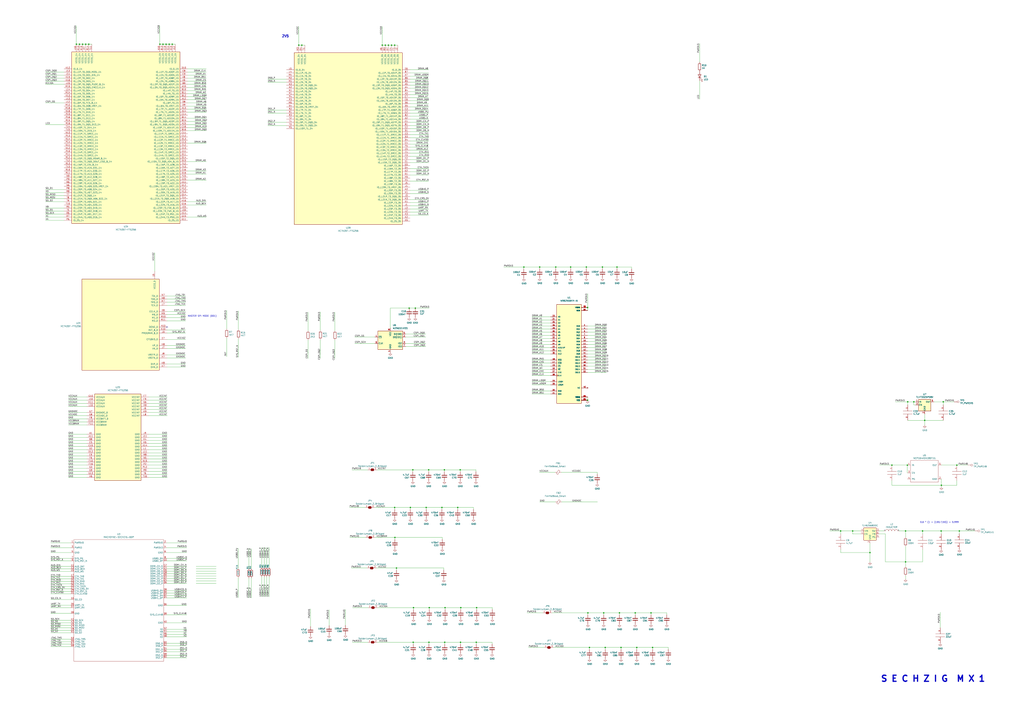
<source format=kicad_sch>
(kicad_sch (version 20230121) (generator eeschema)
  (paper "A1")
  (title_block (title "Sechzig MX1") (date "2024-03-05") (rev "V1") (company "Copyright © 2023 Lone Dynamics Corporation"))
  (junction (at 750.57 330.2))
  (junction (at 336.042 253.238))
  (junction (at 497.078 532.13))
  (junction (at 339.09 386.08))
  (junction (at 534.67 503.682))
  (junction (at 65.278 36.322))
  (junction (at 364.998 386.08))
  (junction (at 377.952 386.08))
  (junction (at 443.23 219.456))
  (junction (at 745.236 382.27))
  (junction (at 133.858 36.322))
  (junction (at 337.058 417.068))
  (junction (at 319.024 37.084))
  (junction (at 391.414 499.364))
  (junction (at 67.818 36.322))
  (junction (at 482.6 328.93))
  (junction (at 141.478 36.322))
  (junction (at 535.94 532.13))
  (junction (at 378.206 527.812))
  (junction (at 339.344 527.812))
  (junction (at 757.682 436.372))
  (junction (at 785.876 382.27))
  (junction (at 321.564 37.084))
  (junction (at 484.124 532.13))
  (junction (at 325.628 466.852))
  (junction (at 743.712 461.772))
  (junction (at 313.944 37.084))
  (junction (at 745.49 330.2))
  (junction (at 324.104 37.084))
  (junction (at 339.598 499.364))
  (junction (at 365.252 527.812))
  (junction (at 510.032 532.13))
  (junction (at 131.318 36.322))
  (junction (at 352.552 499.364))
  (junction (at 324.358 441.706))
  (junction (at 772.922 436.372))
  (junction (at 714.502 454.152))
  (junction (at 773.176 398.78))
  (junction (at 495.808 503.682))
  (junction (at 774.7 330.2))
  (junction (at 72.898 36.322))
  (junction (at 743.712 436.372))
  (junction (at 787.908 436.372))
  (junction (at 482.6 252.73))
  (junction (at 362.966 417.068))
  (junction (at 700.278 436.372))
  (junction (at 138.938 36.322))
  (junction (at 324.104 417.068))
  (junction (at 521.716 503.682))
  (junction (at 522.986 532.13))
  (junction (at 375.92 417.068))
  (junction (at 378.46 499.364))
  (junction (at 732.536 382.27))
  (junction (at 456.438 219.456))
  (junction (at 62.738 36.322))
  (junction (at 352.298 527.812))
  (junction (at 759.46 345.44))
  (junction (at 316.484 37.084))
  (junction (at 391.16 527.812))
  (junction (at 690.372 436.372))
  (junction (at 482.854 503.682))
  (junction (at 245.364 37.084))
  (junction (at 247.904 37.084))
  (junction (at 350.012 417.068))
  (junction (at 341.122 253.238))
  (junction (at 506.73 219.456))
  (junction (at 70.358 36.322))
  (junction (at 468.63 219.456))
  (junction (at 508.762 503.682))
  (junction (at 365.506 499.364))
  (junction (at 430.276 219.456))
  (junction (at 352.044 386.08))
  (junction (at 136.398 36.322))
  (junction (at 481.584 219.456))
  (junction (at 494.792 219.456))
  (no_connect (at 137.16 268.732))
  (wire (pts (xy 58.166 479.806) (xy 41.656 479.806)))
  (wire (pts (xy 37.338 170.942) (xy 52.578 170.942)))
  (wire (pts (xy 534.67 503.682) (xy 547.624 503.682)))
  (wire (pts (xy 58.166 492.76) (xy 41.656 492.76)))
  (wire (pts (xy 482.6 300.99) (xy 497.84 300.99)))
  (wire (pts (xy 336.804 110.744) (xy 352.044 110.744)))
  (wire (pts (xy 154.178 87.122) (xy 169.418 87.122)))
  (wire (pts (xy 275.082 279.4) (xy 275.082 294.64)))
  (wire (pts (xy 154.178 143.002) (xy 169.418 143.002)))
  (wire (pts (xy 177.546 477.52) (xy 161.036 477.52)))
  (wire (pts (xy 336.804 90.424) (xy 352.044 90.424)))
  (wire (pts (xy 375.92 417.068) (xy 388.874 417.068)))
  (wire (pts (xy 548.894 532.13) (xy 548.894 533.654)))
  (wire (pts (xy 153.416 465.328) (xy 136.906 465.328)))
  (wire (pts (xy 195.834 255.524) (xy 195.834 270.764)))
  (wire (pts (xy 772.16 515.874) (xy 772.16 503.174)))
  (wire (pts (xy 349.758 277.114) (xy 333.248 277.114)))
  (wire (pts (xy 454.66 532.13) (xy 484.124 532.13)))
  (wire (pts (xy 436.88 283.21) (xy 452.12 283.21)))
  (wire (pts (xy 219.964 67.564) (xy 235.204 67.564)))
  (wire (pts (xy 743.712 465.582) (xy 743.712 461.772)))
  (wire (pts (xy 743.712 461.772) (xy 757.682 461.772)))
  (wire (pts (xy 336.804 164.084) (xy 352.044 164.084)))
  (wire (pts (xy 137.16 291.592) (xy 152.4 291.592)))
  (wire (pts (xy 482.6 273.05) (xy 497.84 273.05)))
  (wire (pts (xy 727.202 438.912) (xy 727.202 461.772)))
  (wire (pts (xy 153.416 467.36) (xy 136.906 467.36)))
  (wire (pts (xy 245.364 37.084) (xy 247.904 37.084)))
  (wire (pts (xy 58.166 446.024) (xy 41.656 446.024)))
  (wire (pts (xy 122.174 364.49) (xy 137.414 364.49)))
  (wire (pts (xy 154.178 82.042) (xy 169.418 82.042)))
  (wire (pts (xy 307.594 417.068) (xy 324.104 417.068)))
  (wire (pts (xy 436.88 267.97) (xy 452.12 267.97)))
  (wire (pts (xy 195.834 278.384) (xy 195.834 293.624)))
  (wire (pts (xy 131.318 36.322) (xy 133.858 36.322)))
  (wire (pts (xy 443.23 219.456) (xy 456.438 219.456)))
  (wire (pts (xy 436.88 295.91) (xy 452.12 295.91)))
  (wire (pts (xy 56.134 384.81) (xy 71.374 384.81)))
  (wire (pts (xy 349.758 284.734) (xy 333.248 284.734)))
  (wire (pts (xy 336.804 113.284) (xy 352.044 113.284)))
  (wire (pts (xy 490.474 388.112) (xy 490.474 389.636)))
  (wire (pts (xy 154.178 71.882) (xy 169.418 71.882)))
  (wire (pts (xy 785.876 382.27) (xy 773.176 382.27)))
  (wire (pts (xy 743.712 449.072) (xy 743.712 461.772)))
  (wire (pts (xy 56.134 387.35) (xy 71.374 387.35)))
  (wire (pts (xy 482.6 267.97) (xy 497.84 267.97)))
  (wire (pts (xy 461.264 412.496) (xy 490.728 412.496)))
  (wire (pts (xy 56.134 339.09) (xy 71.374 339.09)))
  (wire (pts (xy 153.416 454.152) (xy 136.906 454.152)))
  (wire (pts (xy 773.176 393.7) (xy 773.176 398.78)))
  (wire (pts (xy 137.16 301.752) (xy 152.4 301.752)))
  (wire (pts (xy 56.134 328.93) (xy 71.374 328.93)))
  (wire (pts (xy 750.57 330.2) (xy 745.49 330.2)))
  (wire (pts (xy 773.176 398.78) (xy 773.176 400.05)))
  (wire (pts (xy 58.166 485.902) (xy 41.656 485.902)))
  (wire (pts (xy 153.416 485.394) (xy 136.906 485.394)))
  (wire (pts (xy 700.278 438.912) (xy 700.278 436.372)))
  (wire (pts (xy 37.338 64.262) (xy 52.578 64.262)))
  (wire (pts (xy 336.804 143.764) (xy 352.044 143.764)))
  (wire (pts (xy 336.804 92.964) (xy 352.044 92.964)))
  (wire (pts (xy 316.484 37.084) (xy 319.024 37.084)))
  (wire (pts (xy 436.88 321.31) (xy 452.12 321.31)))
  (wire (pts (xy 391.16 527.812) (xy 391.16 529.336)))
  (wire (pts (xy 706.882 438.912) (xy 700.278 438.912)))
  (wire (pts (xy 751.84 330.2) (xy 750.57 330.2)))
  (wire (pts (xy 154.178 79.502) (xy 169.418 79.502)))
  (wire (pts (xy 352.044 386.08) (xy 364.998 386.08)))
  (wire (pts (xy 336.804 80.264) (xy 352.044 80.264)))
  (wire (pts (xy 177.546 465.328) (xy 161.036 465.328)))
  (wire (pts (xy 58.166 519.938) (xy 41.656 519.938)))
  (wire (pts (xy 714.502 454.152) (xy 714.502 461.772)))
  (wire (pts (xy 122.174 341.63) (xy 137.414 341.63)))
  (wire (pts (xy 436.88 306.07) (xy 452.12 306.07)))
  (wire (pts (xy 37.338 163.322) (xy 52.578 163.322)))
  (wire (pts (xy 365.252 527.812) (xy 365.252 529.336)))
  (wire (pts (xy 154.178 56.642) (xy 169.418 56.642)))
  (wire (pts (xy 247.904 37.084) (xy 250.444 37.084)))
  (wire (pts (xy 177.546 467.36) (xy 161.036 467.36)))
  (wire (pts (xy 349.758 274.574) (xy 333.248 274.574)))
  (wire (pts (xy 67.818 36.322) (xy 70.358 36.322)))
  (wire (pts (xy 443.23 412.496) (xy 456.184 412.496)))
  (wire (pts (xy 56.134 382.27) (xy 71.374 382.27)))
  (wire (pts (xy 154.178 165.862) (xy 169.418 165.862)))
  (wire (pts (xy 153.416 461.01) (xy 136.906 461.01)))
  (wire (pts (xy 732.536 382.27) (xy 745.236 382.27)))
  (wire (pts (xy 307.848 282.194) (xy 291.338 282.194)))
  (wire (pts (xy 482.6 241.3) (xy 482.6 252.73)))
  (wire (pts (xy 153.416 540.512) (xy 136.906 540.512)))
  (wire (pts (xy 391.414 499.364) (xy 391.414 500.888)))
  (wire (pts (xy 137.16 261.112) (xy 152.4 261.112)))
  (wire (pts (xy 154.178 92.202) (xy 169.418 92.202)))
  (wire (pts (xy 37.338 66.802) (xy 52.578 66.802)))
  (wire (pts (xy 153.416 479.552) (xy 136.906 479.552)))
  (wire (pts (xy 714.502 454.152) (xy 690.372 454.152)))
  (wire (pts (xy 216.916 466.344) (xy 216.916 449.834)))
  (wire (pts (xy 787.908 436.372) (xy 800.608 436.372)))
  (wire (pts (xy 122.174 356.87) (xy 137.414 356.87)))
  (wire (pts (xy 58.166 531.368) (xy 41.656 531.368)))
  (wire (pts (xy 122.174 328.93) (xy 137.414 328.93)))
  (wire (pts (xy 745.236 388.62) (xy 745.236 382.27)))
  (wire (pts (xy 757.682 438.912) (xy 757.682 436.372)))
  (wire (pts (xy 336.804 72.644) (xy 352.044 72.644)))
  (wire (pts (xy 195.58 474.726) (xy 195.58 491.236)))
  (wire (pts (xy 154.178 140.462) (xy 169.418 140.462)))
  (wire (pts (xy 154.178 104.902) (xy 169.418 104.902)))
  (wire (pts (xy 336.804 148.844) (xy 352.044 148.844)))
  (wire (pts (xy 336.804 59.944) (xy 352.044 59.944)))
  (wire (pts (xy 378.206 527.812) (xy 378.206 529.336)))
  (wire (pts (xy 378.46 499.364) (xy 378.46 500.888)))
  (wire (pts (xy 336.804 174.244) (xy 352.044 174.244)))
  (wire (pts (xy 522.986 532.13) (xy 522.986 533.654)))
  (wire (pts (xy 436.88 270.51) (xy 452.12 270.51)))
  (wire (pts (xy 336.804 159.004) (xy 352.044 159.004)))
  (wire (pts (xy 289.56 499.364) (xy 302.514 499.364)))
  (wire (pts (xy 220.98 466.344) (xy 220.98 449.834)))
  (wire (pts (xy 336.804 70.104) (xy 352.044 70.104)))
  (wire (pts (xy 352.298 527.812) (xy 352.298 529.336)))
  (wire (pts (xy 307.848 441.706) (xy 324.358 441.706)))
  (wire (pts (xy 336.804 115.824) (xy 352.044 115.824)))
  (wire (pts (xy 177.546 475.488) (xy 161.036 475.488)))
  (wire (pts (xy 56.134 377.19) (xy 71.374 377.19)))
  (wire (pts (xy 690.372 438.912) (xy 690.372 436.372)))
  (wire (pts (xy 506.73 220.726) (xy 506.73 219.456)))
  (wire (pts (xy 495.808 503.682) (xy 508.762 503.682)))
  (wire (pts (xy 468.63 220.726) (xy 468.63 219.456)))
  (wire (pts (xy 204.47 450.85) (xy 204.47 467.36)))
  (wire (pts (xy 339.344 527.812) (xy 352.298 527.812)))
  (wire (pts (xy 461.01 388.112) (xy 490.474 388.112)))
  (wire (pts (xy 336.804 82.804) (xy 352.044 82.804)))
  (wire (pts (xy 508.762 503.682) (xy 521.716 503.682)))
  (wire (pts (xy 336.804 125.984) (xy 352.044 125.984)))
  (wire (pts (xy 219.964 100.584) (xy 235.204 100.584)))
  (wire (pts (xy 154.178 178.562) (xy 169.418 178.562)))
  (wire (pts (xy 700.278 436.372) (xy 706.882 436.372)))
  (wire (pts (xy 122.174 359.41) (xy 137.414 359.41)))
  (wire (pts (xy 56.1809 349.25) (xy 71.374 349.25)))
  (wire (pts (xy 336.804 87.884) (xy 352.044 87.884)))
  (wire (pts (xy 153.416 458.978) (xy 136.906 458.978)))
  (wire (pts (xy 153.416 497.586) (xy 136.906 497.586)))
  (wire (pts (xy 283.718 500.888) (xy 283.718 513.842)))
  (wire (pts (xy 153.416 528.828) (xy 136.906 528.828)))
  (wire (pts (xy 154.178 102.362) (xy 169.418 102.362)))
  (wire (pts (xy 690.372 436.372) (xy 700.278 436.372)))
  (wire (pts (xy 72.898 36.322) (xy 75.438 36.322)))
  (wire (pts (xy 153.416 473.456) (xy 136.906 473.456)))
  (wire (pts (xy 495.808 503.682) (xy 495.808 505.206)))
  (wire (pts (xy 365.506 499.364) (xy 378.46 499.364)))
  (wire (pts (xy 518.668 219.456) (xy 518.668 220.98)))
  (wire (pts (xy 137.16 248.412) (xy 152.4 248.412)))
  (wire (pts (xy 522.986 532.13) (xy 535.94 532.13)))
  (wire (pts (xy 137.16 299.212) (xy 152.4 299.212)))
  (wire (pts (xy 58.166 477.774) (xy 41.656 477.774)))
  (wire (pts (xy 58.166 529.336) (xy 41.656 529.336)))
  (wire (pts (xy 436.88 260.35) (xy 452.12 260.35)))
  (wire (pts (xy 375.92 417.068) (xy 375.92 418.592)))
  (wire (pts (xy 352.552 499.364) (xy 365.506 499.364)))
  (wire (pts (xy 430.276 219.456) (xy 430.276 220.98)))
  (wire (pts (xy 404.368 499.364) (xy 404.368 500.888)))
  (wire (pts (xy 58.166 515.874) (xy 41.656 515.874)))
  (wire (pts (xy 263.144 256.286) (xy 263.144 271.526)))
  (wire (pts (xy 216.916 490.474) (xy 216.916 473.964)))
  (wire (pts (xy 136.398 36.322) (xy 138.938 36.322)))
  (wire (pts (xy 365.252 527.812) (xy 378.206 527.812)))
  (wire (pts (xy 37.338 61.722) (xy 52.578 61.722)))
  (wire (pts (xy 65.278 36.322) (xy 67.818 36.322)))
  (wire (pts (xy 56.134 359.41) (xy 71.374 359.41)))
  (wire (pts (xy 336.804 85.344) (xy 352.044 85.344)))
  (wire (pts (xy 214.884 490.474) (xy 214.884 473.964)))
  (wire (pts (xy 186.182 255.016) (xy 186.182 270.256)))
  (wire (pts (xy 468.63 219.456) (xy 481.584 219.456)))
  (wire (pts (xy 58.166 513.842) (xy 41.656 513.842)))
  (wire (pts (xy 289.052 386.08) (xy 302.006 386.08)))
  (wire (pts (xy 58.166 487.934) (xy 41.656 487.934)))
  (wire (pts (xy 377.952 386.08) (xy 377.952 387.604)))
  (wire (pts (xy 521.716 503.682) (xy 534.67 503.682)))
  (wire (pts (xy 339.598 499.364) (xy 352.552 499.364)))
  (wire (pts (xy 58.166 473.71) (xy 41.656 473.71)))
  (wire (pts (xy 62.738 36.322) (xy 65.278 36.322)))
  (wire (pts (xy 154.178 59.182) (xy 169.418 59.182)))
  (wire (pts (xy 336.804 105.664) (xy 352.044 105.664)))
  (wire (pts (xy 339.09 386.08) (xy 339.09 387.604)))
  (wire (pts (xy 787.908 436.372) (xy 787.908 438.658)))
  (wire (pts (xy 58.166 483.87) (xy 41.656 483.87)))
  (wire (pts (xy 56.134 344.17) (xy 71.374 344.17)))
  (wire (pts (xy 275.082 256.54) (xy 275.082 271.78)))
  (wire (pts (xy 785.876 382.27) (xy 794.766 382.27)))
  (wire (pts (xy 154.178 107.442) (xy 169.418 107.442)))
  (wire (pts (xy 350.012 417.068) (xy 350.012 418.592)))
  (wire (pts (xy 154.178 64.262) (xy 169.418 64.262)))
  (wire (pts (xy 436.88 262.89) (xy 452.12 262.89)))
  (wire (pts (xy 137.16 263.652) (xy 152.4 263.652)))
  (wire (pts (xy 436.88 290.83) (xy 452.12 290.83)))
  (wire (pts (xy 186.182 277.876) (xy 186.182 293.116)))
  (wire (pts (xy 137.16 286.512) (xy 152.4 286.512)))
  (wire (pts (xy 153.416 533.654) (xy 136.906 533.654)))
  (wire (pts (xy 336.804 169.164) (xy 352.044 169.164)))
  (wire (pts (xy 122.174 331.47) (xy 137.414 331.47)))
  (wire (pts (xy 757.682 461.772) (xy 757.682 451.612)))
  (wire (pts (xy 324.104 417.068) (xy 324.104 418.592)))
  (wire (pts (xy 336.804 108.204) (xy 352.044 108.204)))
  (wire (pts (xy 364.49 466.852) (xy 364.49 468.376)))
  (wire (pts (xy 137.16 273.812) (xy 152.4 273.812)))
  (wire (pts (xy 206.502 474.98) (xy 206.502 491.49)))
  (wire (pts (xy 195.58 450.596) (xy 195.58 467.106)))
  (wire (pts (xy 336.804 75.184) (xy 352.044 75.184)))
  (wire (pts (xy 127 223.012) (xy 127 207.772)))
  (wire (pts (xy 436.88 280.67) (xy 452.12 280.67)))
  (wire (pts (xy 56.134 341.63) (xy 71.374 341.63)))
  (wire (pts (xy 289.306 527.812) (xy 302.26 527.812)))
  (wire (pts (xy 757.682 436.372) (xy 772.922 436.372)))
  (wire (pts (xy 690.372 451.612) (xy 690.372 454.152)))
  (wire (pts (xy 255.016 500.38) (xy 255.016 514.858)))
  (wire (pts (xy 153.416 477.52) (xy 136.906 477.52)))
  (wire (pts (xy 494.792 219.456) (xy 506.73 219.456)))
  (wire (pts (xy 153.416 471.424) (xy 136.906 471.424)))
  (wire (pts (xy 214.884 466.344) (xy 214.884 449.834)))
  (wire (pts (xy 263.144 279.146) (xy 263.144 294.386)))
  (wire (pts (xy 751.84 332.74) (xy 750.57 332.74)))
  (wire (pts (xy 339.09 386.08) (xy 352.044 386.08)))
  (wire (pts (xy 336.804 95.504) (xy 352.044 95.504)))
  (wire (pts (xy 37.338 155.702) (xy 52.578 155.702)))
  (wire (pts (xy 153.416 487.426) (xy 136.906 487.426)))
  (wire (pts (xy 56.134 361.95) (xy 71.374 361.95)))
  (wire (pts (xy 364.998 386.08) (xy 364.998 387.604)))
  (wire (pts (xy 336.804 100.584) (xy 352.044 100.584)))
  (wire (pts (xy 336.804 98.044) (xy 352.044 98.044)))
  (wire (pts (xy 58.166 497.332) (xy 41.656 497.332)))
  (wire (pts (xy 313.944 37.084) (xy 313.944 21.844)))
  (wire (pts (xy 774.7 332.74) (xy 774.7 330.2)))
  (wire (pts (xy 482.6 306.07) (xy 497.84 306.07)))
  (wire (pts (xy 245.364 37.084) (xy 245.364 21.844)))
  (wire (pts (xy 137.16 258.572) (xy 152.4 258.572)))
  (wire (pts (xy 62.738 36.322) (xy 62.738 21.082)))
  (wire (pts (xy 336.804 138.684) (xy 352.044 138.684)))
  (wire (pts (xy 436.88 308.61) (xy 452.12 308.61)))
  (wire (pts (xy 37.338 84.582) (xy 52.578 84.582)))
  (wire (pts (xy 436.88 316.23) (xy 452.12 316.23)))
  (wire (pts (xy 482.6 280.67) (xy 497.84 280.67)))
  (wire (pts (xy 352.044 386.08) (xy 352.044 387.604)))
  (wire (pts (xy 350.012 417.068) (xy 362.966 417.068)))
  (wire (pts (xy 58.166 527.304) (xy 41.656 527.304)))
  (wire (pts (xy 436.88 288.29) (xy 452.12 288.29)))
  (wire (pts (xy 153.416 530.86) (xy 136.906 530.86)))
  (wire (pts (xy 484.124 532.13) (xy 497.078 532.13)))
  (wire (pts (xy 363.22 441.706) (xy 363.22 443.23)))
  (wire (pts (xy 436.88 298.45) (xy 452.12 298.45)))
  (wire (pts (xy 482.6 290.83) (xy 497.84 290.83)))
  (wire (pts (xy 337.058 417.068) (xy 337.058 418.592)))
  (wire (pts (xy 534.67 503.682) (xy 534.67 505.206)))
  (wire (pts (xy 122.174 326.39) (xy 137.414 326.39)))
  (wire (pts (xy 153.416 491.49) (xy 136.906 491.49)))
  (wire (pts (xy 37.338 102.362) (xy 52.578 102.362)))
  (wire (pts (xy 442.976 388.112) (xy 455.93 388.112)))
  (wire (pts (xy 177.546 469.392) (xy 161.036 469.392)))
  (wire (pts (xy 508.762 503.682) (xy 508.762 505.206)))
  (wire (pts (xy 436.88 323.85) (xy 452.12 323.85)))
  (wire (pts (xy 336.804 67.564) (xy 352.044 67.564)))
  (wire (pts (xy 390.906 386.08) (xy 390.906 387.604)))
  (wire (pts (xy 320.548 253.238) (xy 320.548 269.494)))
  (wire (pts (xy 743.712 475.742) (xy 743.712 473.202)))
  (wire (pts (xy 310.134 499.364) (xy 339.598 499.364)))
  (wire (pts (xy 122.174 367.03) (xy 137.414 367.03)))
  (wire (pts (xy 535.94 532.13) (xy 548.894 532.13)))
  (wire (pts (xy 287.274 441.706) (xy 300.228 441.706)))
  (wire (pts (xy 482.854 503.682) (xy 482.854 505.206)))
  (wire (pts (xy 391.414 499.364) (xy 404.368 499.364)))
  (wire (pts (xy 153.416 475.488) (xy 136.906 475.488)))
  (wire (pts (xy 336.804 128.524) (xy 352.044 128.524)))
  (wire (pts (xy 481.584 219.456) (xy 494.792 219.456)))
  (wire (pts (xy 288.544 466.852) (xy 301.498 466.852)))
  (wire (pts (xy 153.416 511.81) (xy 136.906 511.81)))
  (wire (pts (xy 336.804 131.064) (xy 352.044 131.064)))
  (wire (pts (xy 364.998 386.08) (xy 377.952 386.08)))
  (wire (pts (xy 436.88 275.59) (xy 452.12 275.59)))
  (wire (pts (xy 336.804 141.224) (xy 352.044 141.224)))
  (wire (pts (xy 122.174 384.81) (xy 137.414 384.81)))
  (wire (pts (xy 510.032 532.13) (xy 510.032 533.654)))
  (wire (pts (xy 206.502 450.85) (xy 206.502 467.36)))
  (wire (pts (xy 336.804 65.024) (xy 352.044 65.024)))
  (wire (pts (xy 336.804 123.444) (xy 352.044 123.444)))
  (wire (pts (xy 154.178 148.082) (xy 169.418 148.082)))
  (wire (pts (xy 309.626 386.08) (xy 339.09 386.08)))
  (wire (pts (xy 336.804 77.724) (xy 352.044 77.724)))
  (wire (pts (xy 391.16 527.812) (xy 404.114 527.812)))
  (wire (pts (xy 759.46 340.36) (xy 759.46 345.44)))
  (wire (pts (xy 456.438 219.456) (xy 456.438 220.726)))
  (wire (pts (xy 547.624 503.682) (xy 547.624 505.206)))
  (wire (pts (xy 430.276 219.456) (xy 443.23 219.456)))
  (wire (pts (xy 56.134 367.03) (xy 71.374 367.03)))
  (wire (pts (xy 154.178 76.962) (xy 169.418 76.962)))
  (wire (pts (xy 219.964 92.964) (xy 235.204 92.964)))
  (wire (pts (xy 220.98 490.474) (xy 220.98 473.964)))
  (wire (pts (xy 319.024 37.084) (xy 321.564 37.084)))
  (wire (pts (xy 759.46 349.25) (xy 759.46 345.44)))
  (wire (pts (xy 154.178 168.402) (xy 169.418 168.402)))
  (wire (pts (xy 722.122 436.372) (xy 725.932 436.372)))
  (wire (pts (xy 336.804 176.784) (xy 352.044 176.784)))
  (wire (pts (xy 153.416 446.024) (xy 136.906 446.024)))
  (wire (pts (xy 153.416 505.206) (xy 136.906 505.206)))
  (wire (pts (xy 58.166 465.582) (xy 41.656 465.582)))
  (wire (pts (xy 177.546 471.424) (xy 161.036 471.424)))
  (wire (pts (xy 735.33 330.2) (xy 745.49 330.2)))
  (wire (pts (xy 378.206 527.812) (xy 391.16 527.812)))
  (wire (pts (xy 336.804 103.124) (xy 352.044 103.124)))
  (wire (pts (xy 58.166 475.742) (xy 41.656 475.742)))
  (wire (pts (xy 482.6 293.37) (xy 497.84 293.37)))
  (wire (pts (xy 482.6 270.51) (xy 497.84 270.51)))
  (wire (pts (xy 58.166 450.088) (xy 41.656 450.088)))
  (wire (pts (xy 482.6 326.39) (xy 482.6 328.93)))
  (wire (pts (xy 743.712 441.452) (xy 743.712 436.372)))
  (wire (pts (xy 137.16 271.272) (xy 152.4 271.272)))
  (wire (pts (xy 785.876 394.97) (xy 785.876 398.78)))
  (wire (pts (xy 56.134 379.73) (xy 71.374 379.73)))
  (wire (pts (xy 58.166 461.01) (xy 41.656 461.01)))
  (wire (pts (xy 324.358 441.706) (xy 324.358 443.23)))
  (wire (pts (xy 378.46 499.364) (xy 391.414 499.364)))
  (wire (pts (xy 436.88 285.75) (xy 452.12 285.75)))
  (wire (pts (xy 252.984 279.4) (xy 252.984 294.64)))
  (wire (pts (xy 436.88 303.53) (xy 452.12 303.53)))
  (wire (pts (xy 218.948 490.474) (xy 218.948 473.964)))
  (wire (pts (xy 339.344 527.812) (xy 339.344 529.336)))
  (wire (pts (xy 58.166 481.838) (xy 41.656 481.838)))
  (wire (pts (xy 154.178 74.422) (xy 169.418 74.422)))
  (wire (pts (xy 362.966 417.068) (xy 362.966 418.592)))
  (wire (pts (xy 436.88 300.99) (xy 452.12 300.99)))
  (wire (pts (xy 252.984 256.54) (xy 252.984 271.78)))
  (wire (pts (xy 307.848 277.114) (xy 291.338 277.114)))
  (wire (pts (xy 767.08 330.2) (xy 774.7 330.2)))
  (wire (pts (xy 122.174 339.09) (xy 137.414 339.09)))
  (wire (pts (xy 153.416 521.462) (xy 136.906 521.462)))
  (wire (pts (xy 456.438 219.456) (xy 468.63 219.456)))
  (wire (pts (xy 336.804 171.704) (xy 352.044 171.704)))
  (wire (pts (xy 218.948 466.344) (xy 218.948 449.834)))
  (wire (pts (xy 153.416 538.48) (xy 136.906 538.48)))
  (wire (pts (xy 336.804 62.484) (xy 352.044 62.484)))
  (wire (pts (xy 482.6 275.59) (xy 497.84 275.59)))
  (wire (pts (xy 154.178 69.342) (xy 169.418 69.342)))
  (wire (pts (xy 122.174 387.35) (xy 137.414 387.35)))
  (wire (pts (xy 56.134 374.65) (xy 71.374 374.65)))
  (wire (pts (xy 153.416 489.458) (xy 136.906 489.458)))
  (wire (pts (xy 270.256 501.142) (xy 270.256 514.096)))
  (wire (pts (xy 153.416 523.494) (xy 136.906 523.494)))
  (wire (pts (xy 52.578 69.342) (xy 37.338 69.342)))
  (wire (pts (xy 320.548 253.238) (xy 336.042 253.238)))
  (wire (pts (xy 37.338 59.182) (xy 52.578 59.182)))
  (wire (pts (xy 138.938 36.322) (xy 141.478 36.322)))
  (wire (pts (xy 321.564 37.084) (xy 324.104 37.084)))
  (wire (pts (xy 122.174 382.27) (xy 137.414 382.27)))
  (wire (pts (xy 313.944 37.084) (xy 316.484 37.084)))
  (wire (pts (xy 141.478 36.322) (xy 144.018 36.322)))
  (wire (pts (xy 37.338 181.102) (xy 52.578 181.102)))
  (wire (pts (xy 324.104 37.084) (xy 326.644 37.084)))
  (wire (pts (xy 482.6 285.75) (xy 497.84 285.75)))
  (wire (pts (xy 58.166 509.778) (xy 41.656 509.778)))
  (wire (pts (xy 325.628 466.852) (xy 325.628 468.376)))
  (wire (pts (xy 413.766 219.456) (xy 430.276 219.456)))
  (wire (pts (xy 336.804 133.604) (xy 352.044 133.604)))
  (wire (pts (xy 336.804 156.464) (xy 352.044 156.464)))
  (wire (pts (xy 56.134 326.39) (xy 71.374 326.39)))
  (wire (pts (xy 521.716 503.682) (xy 521.716 505.206)))
  (wire (pts (xy 70.358 36.322) (xy 72.898 36.322)))
  (wire (pts (xy 324.104 417.068) (xy 337.058 417.068)))
  (wire (pts (xy 154.178 89.662) (xy 169.418 89.662)))
  (wire (pts (xy 56.134 392.43) (xy 71.374 392.43)))
  (wire (pts (xy 681.482 436.372) (xy 690.372 436.372)))
  (wire (pts (xy 137.16 256.032) (xy 152.4 256.032)))
  (wire (pts (xy 58.166 517.906) (xy 41.656 517.906)))
  (wire (pts (xy 131.318 36.322) (xy 131.318 21.082)))
  (wire (pts (xy 325.628 466.852) (xy 364.49 466.852)))
  (wire (pts (xy 337.058 417.068) (xy 350.012 417.068)))
  (wire (pts (xy 497.078 532.13) (xy 497.078 533.654)))
  (wire (pts (xy 497.078 532.13) (xy 510.032 532.13)))
  (wire (pts (xy 122.174 334.01) (xy 137.414 334.01)))
  (wire (pts (xy 453.39 503.682) (xy 482.854 503.682)))
  (wire (pts (xy 137.16 294.132) (xy 152.4 294.132)))
  (wire (pts (xy 484.124 532.13) (xy 484.124 533.654)))
  (wire (pts (xy 772.922 436.372) (xy 787.908 436.372)))
  (wire (pts (xy 154.178 132.842) (xy 169.418 132.842)))
  (wire (pts (xy 137.16 283.972) (xy 152.4 283.972)))
  (wire (pts (xy 153.416 469.392) (xy 136.906 469.392)))
  (wire (pts (xy 37.338 176.022) (xy 52.578 176.022)))
  (wire (pts (xy 58.166 499.364) (xy 41.656 499.364)))
  (wire (pts (xy 137.16 245.872) (xy 152.4 245.872)))
  (wire (pts (xy 37.338 178.562) (xy 52.578 178.562)))
  (wire (pts (xy 287.02 417.068) (xy 299.974 417.068)))
  (wire (pts (xy 137.16 278.892) (xy 152.4 278.892)))
  (wire (pts (xy 377.952 386.08) (xy 390.906 386.08)))
  (wire (pts (xy 434.086 532.13) (xy 447.04 532.13)))
  (wire (pts (xy 56.134 356.87) (xy 71.374 356.87)))
  (wire (pts (xy 404.114 527.812) (xy 404.114 529.336)))
  (wire (pts (xy 436.88 278.13) (xy 452.12 278.13)))
  (wire (pts (xy 482.6 298.45) (xy 497.84 298.45)))
  (wire (pts (xy 154.178 117.602) (xy 169.418 117.602)))
  (wire (pts (xy 58.166 467.614) (xy 41.656 467.614)))
  (wire (pts (xy 37.338 165.862) (xy 52.578 165.862)))
  (wire (pts (xy 37.338 173.482) (xy 52.578 173.482)))
  (wire (pts (xy 482.6 283.21) (xy 497.84 283.21)))
  (wire (pts (xy 154.178 66.802) (xy 169.418 66.802)))
  (wire (pts (xy 714.502 446.532) (xy 714.502 454.152)))
  (wire (pts (xy 341.122 253.238) (xy 352.552 253.238)))
  (wire (pts (xy 574.548 81.534) (xy 574.548 66.294)))
  (wire (pts (xy 574.548 51.054) (xy 574.548 35.814)))
  (wire (pts (xy 122.174 379.73) (xy 137.414 379.73)))
  (wire (pts (xy 745.49 345.44) (xy 759.46 345.44)))
  (wire (pts (xy 732.536 398.78) (xy 732.536 394.97)))
  (wire (pts (xy 153.416 517.144) (xy 136.906 517.144)))
  (wire (pts (xy 388.874 417.068) (xy 388.874 418.592)))
  (wire (pts (xy 122.174 361.95) (xy 137.414 361.95)))
  (wire (pts (xy 58.166 454.152) (xy 41.656 454.152)))
  (wire (pts (xy 443.23 219.456) (xy 443.23 220.726)))
  (wire (pts (xy 722.376 382.27) (xy 732.536 382.27)))
  (wire (pts (xy 506.73 219.456) (xy 518.668 219.456)))
  (wire (pts (xy 177.546 473.456) (xy 161.036 473.456)))
  (wire (pts (xy 219.964 103.124) (xy 235.204 103.124)))
  (wire (pts (xy 219.964 90.424) (xy 235.204 90.424)))
  (wire (pts (xy 122.174 377.19) (xy 137.414 377.19)))
  (wire (pts (xy 750.57 332.74) (xy 750.57 330.2)))
  (wire (pts (xy 154.178 61.722) (xy 169.418 61.722)))
  (wire (pts (xy 324.358 441.706) (xy 363.22 441.706)))
  (wire (pts (xy 494.792 220.726) (xy 494.792 219.456)))
  (wire (pts (xy 482.6 278.13) (xy 497.84 278.13)))
  (wire (pts (xy 56.134 372.11) (xy 71.374 372.11)))
  (wire (pts (xy 785.876 398.78) (xy 773.176 398.78)))
  (wire (pts (xy 153.416 450.088) (xy 136.906 450.088)))
  (wire (pts (xy 436.88 313.69) (xy 452.12 313.69)))
  (wire (pts (xy 365.506 499.364) (xy 365.506 500.888)))
  (wire (pts (xy 432.816 503.682) (xy 445.77 503.682)))
  (wire (pts (xy 336.042 253.238) (xy 341.122 253.238)))
  (wire (pts (xy 309.88 527.812) (xy 339.344 527.812)))
  (wire (pts (xy 153.416 535.686) (xy 136.906 535.686)))
  (wire (pts (xy 352.552 499.364) (xy 352.552 500.888)))
  (wire (pts (xy 743.712 436.372) (xy 757.682 436.372)))
  (wire (pts (xy 122.174 374.65) (xy 137.414 374.65)))
  (wire (pts (xy 56.134 389.89) (xy 71.374 389.89)))
  (wire (pts (xy 122.174 336.55) (xy 137.414 336.55)))
  (wire (pts (xy 137.16 250.952) (xy 152.4 250.952)))
  (wire (pts (xy 204.47 474.98) (xy 204.47 491.49)))
  (wire (pts (xy 759.46 345.44) (xy 774.7 345.44)))
  (wire (pts (xy 743.712 436.372) (xy 738.632 436.372)))
  (wire (pts (xy 482.6 288.29) (xy 497.84 288.29)))
  (wire (pts (xy 58.166 458.978) (xy 41.656 458.978)))
  (wire (pts (xy 362.966 417.068) (xy 375.92 417.068)))
  (wire (pts (xy 772.922 436.372) (xy 772.922 438.912)))
  (wire (pts (xy 722.122 438.912) (xy 727.202 438.912)))
  (wire (pts (xy 510.032 532.13) (xy 522.986 532.13)))
  (wire (pts (xy 745.49 332.74) (xy 745.49 330.2)))
  (wire (pts (xy 122.174 392.43) (xy 137.414 392.43)))
  (wire (pts (xy 336.804 120.904) (xy 352.044 120.904)))
  (wire (pts (xy 122.174 369.57) (xy 137.414 369.57)))
  (wire (pts (xy 58.166 511.81) (xy 41.656 511.81)))
  (wire (pts (xy 154.178 84.582) (xy 169.418 84.582)))
  (wire (pts (xy 37.338 160.782) (xy 52.578 160.782)))
  (wire (pts (xy 122.174 372.11) (xy 137.414 372.11)))
  (wire (pts (xy 137.16 243.332) (xy 152.4 243.332)))
  (wire (pts (xy 133.858 36.322) (xy 136.398 36.322)))
  (wire (pts (xy 154.178 97.282) (xy 169.418 97.282)))
  (wire (pts (xy 336.804 166.624) (xy 352.044 166.624)))
  (wire (pts (xy 177.546 479.552) (xy 161.036 479.552)))
  (wire (pts (xy 122.174 389.89) (xy 137.414 389.89)))
  (wire (pts (xy 56.134 331.47) (xy 71.374 331.47)))
  (wire (pts (xy 56.134 369.57) (xy 71.374 369.57)))
  (wire (pts (xy 481.584 220.726) (xy 481.584 219.456)))
  (wire (pts (xy 436.88 265.43) (xy 452.12 265.43)))
  (wire (pts (xy 336.804 57.404) (xy 352.044 57.404)))
  (wire (pts (xy 336.804 118.364) (xy 352.044 118.364)))
  (wire (pts (xy 349.758 282.194) (xy 333.248 282.194)))
  (wire (pts (xy 154.178 99.822) (xy 169.418 99.822)))
  (wire (pts (xy 482.6 303.53) (xy 497.84 303.53)))
  (wire (pts (xy 37.338 158.242) (xy 52.578 158.242)))
  (wire (pts (xy 58.166 504.19) (xy 41.656 504.19)))
  (wire (pts (xy 482.6 252.73) (xy 482.6 255.27)))
  (wire (pts (xy 773.176 398.78) (xy 732.536 398.78)))
  (wire (pts (xy 58.166 469.646) (xy 41.656 469.646)))
  (wire (pts (xy 535.94 532.13) (xy 535.94 533.654)))
  (wire (pts (xy 743.712 461.772) (xy 727.202 461.772)))
  (wire (pts (xy 56.134 346.71) (xy 71.374 346.71)))
  (wire (pts (xy 219.964 65.024) (xy 235.204 65.024)))
  (wire (pts (xy 436.88 273.05) (xy 452.12 273.05)))
  (wire (pts (xy 58.166 525.272) (xy 41.656 525.272)))
  (wire (pts (xy 309.118 466.852) (xy 325.628 466.852)))
  (wire (pts (xy 482.854 503.682) (xy 495.808 503.682)))
  (wire (pts (xy 339.598 499.364) (xy 339.598 500.888)))
  (wire (pts (xy 774.7 330.2) (xy 783.59 330.2)))
  (wire (pts (xy 482.6 295.91) (xy 497.84 295.91)))
  (wire (pts (xy 352.298 527.812) (xy 365.252 527.812)))
  (wire (pts (xy 56.134 364.49) (xy 71.374 364.49)))
  (wire (pts (xy 56.134 334.01) (xy 71.374 334.01)))
  (wire (pts (xy 153.416 519.176) (xy 136.906 519.176)))
  (text "S E C H Z I G  M X 1" (at 723.138 560.832 0) (effects (font (size 5 5) (thickness 1) bold) (justify left bottom)))
  (text "0.6 * (1 + (100/150)) = 0.999" (at 755.65 430.022 0) (effects (font (size 1.27 1.27)) (justify left bottom)))
  (text "MASTER SPI MODE (001)" (at 154.178 260.604 0) (effects (font (size 1.27 1.27)) (justify left bottom)))
  (text "2V5" (at 231.394 30.988 0) (effects (font (size 2 2) (thickness 0.4) bold) (justify left bottom)))
  (label "VCCADC" (at 469.646 388.112 0))
  (label "DRAM_DQ0" (at 488.442 267.97 0))
  (label "DS0_P" (at 147.574 530.86 0))
  (label "DRAM_A7" (at 343.154 80.264 0))
  (label "PWR3V3" (at 722.376 382.27 0))
  (label "USBDC_P" (at 144.78 461.01 0))
  (label "DS2_N" (at 219.964 103.124 0))
  (label "DS1_P" (at 147.574 535.686 0))
  (label "PWR3V3" (at 434.086 532.13 0))
  (label "VCCIOZ" (at 310.388 466.852 0))
  (label "DRAM_A2" (at 160.528 148.082 0))
  (label "DRAM_A5" (at 161.036 87.122 0))
  (label "ETH_RX0" (at 344.17 128.524 0))
  (label "DRAM_CLK" (at 436.88 308.61 0))
  (label "XA" (at 150.622 517.144 0))
  (label "GND" (at 148.336 261.112 0))
  (label "PWR3V3" (at 735.33 330.2 0))
  (label "DRAM_DQ5" (at 488.442 280.67 0))
  (label "USBDC_N" (at 144.78 458.978 0))
  (label "DRAM_A4" (at 436.88 270.51 0))
  (label "VCCIOA" (at 43.942 69.342 180))
  (label "DRAM_CKE" (at 436.88 306.07 0))
  (label "DRAM_DQ3" (at 488.442 275.59 0))
  (label "DRAM_DQ15" (at 340.614 77.724 0))
  (label "DDMI_CK_N" (at 142.748 465.328 0))
  (label "DRAM_BS0" (at 436.88 321.31 0))
  (label "ETH_TX0" (at 41.656 473.71 0))
  (label "PWR3V3" (at 270.256 501.142 270))
  (label "DRAM_A8" (at 436.88 280.67 0))
  (label "DRAM_A12" (at 341.884 123.444 0))
  (label "XC" (at 37.338 178.562 0))
  (label "DS0_N" (at 219.964 67.564 0))
  (label "PWR5V0" (at 41.656 446.024 0))
  (label "VCCBRAM" (at 309.118 441.706 0))
  (label "VCCADC" (at 56.134 341.63 0))
  (label "USBD_P" (at 195.58 491.236 90))
  (label "GND" (at 133.096 377.19 0))
  (label "DRAM_DQ11" (at 488.442 295.91 0))
  (label "DRAM_UDQM" (at 340.36 62.484 0))
  (label "VCCIOA" (at 311.404 499.364 0))
  (label "SYS_RST_N" (at 195.834 283.464 270))
  (label "DRAM_DQ7" (at 488.442 285.75 0))
  (label "USBHC0_N" (at 143.256 485.394 0))
  (label "DS0_N" (at 147.574 528.828 0))
  (label "USBH1_N" (at 216.916 449.834 270))
  (label "DDMI_D1_N" (at 142.748 473.456 0))
  (label "GND" (at 133.096 372.11 0))
  (label "DRAM_BS1" (at 436.88 323.85 0))
  (label "SD_CD_N" (at 41.656 492.76 0))
  (label "DRAM_A10" (at 436.88 285.75 0))
  (label "VCCIOD" (at 455.93 532.13 0))
  (label "USBD_N" (at 344.17 98.044 0))
  (label "VCCAUX" (at 442.976 388.112 0))
  (label "PWR2V5" (at 432.816 503.682 0))
  (label "CSPI_DQ3" (at 275.082 286.766 270))
  (label "GND" (at 56.134 364.49 0))
  (label "GNDADC" (at 144.526 291.592 0))
  (label "PWR3V3" (at 574.548 43.434 90))
  (label "DRAM_A1" (at 436.88 262.89 0))
  (label "AUD_WS" (at 41.656 469.646 0))
  (label "DS1_N" (at 147.574 533.654 0))
  (label "UART_TX" (at 41.656 497.332 0))
  (label "CSPI_DQ3" (at 339.852 284.734 0))
  (label "DRAM_WE" (at 436.88 303.53 0))
  (label "DDMI_CK_P" (at 142.748 467.36 0))
  (label "SD_MISO" (at 41.656 513.842 0))
  (label "UART_TX" (at 343.662 174.244 0))
  (label "CSPI_DQ1" (at 37.338 61.722 0))
  (label "SD_D2" (at 37.338 165.862 0))
  (label "USBHC1_N" (at 143.256 489.458 0))
  (label "USBH1_P" (at 343.408 166.624 0))
  (label "GND" (at 149.098 497.586 0))
  (label "DRAM_DQ13" (at 340.614 75.184 0))
  (label "VCCIOZ" (at 127 214.376 90))
  (label "DDMI_CK_N" (at 341.884 103.124 0))
  (label "DRAM_A9" (at 342.138 85.344 0))
  (label "DRAM_DQ2" (at 488.442 273.05 0))
  (label "DRAM_A3" (at 160.528 140.462 0))
  (label "DRAM_DQ9" (at 488.442 290.83 0))
  (label "AUD_WS" (at 162.052 178.562 0))
  (label "GND" (at 41.656 504.19 0))
  (label "VCCIOZ" (at 152.4 278.892 180))
  (label "DRAM_DQ11" (at 340.868 67.564 0))
  (label "XC" (at 150.622 521.462 0))
  (label "GND" (at 56.134 361.95 0))
  (label "SD_D1" (at 37.338 155.702 0))
  (label "DDMI_D1_N" (at 341.884 133.604 0))
  (label "VCCAUX" (at 56.134 331.47 0))
  (label "GND" (at 133.096 369.57 0))
  (label "AUD_DIN" (at 161.036 165.862 0))
  (label "INIT" (at 148.336 271.272 0))
  (label "DRAM_A2" (at 436.88 265.43 0))
  (label "USBH0_P" (at 343.408 156.464 0))
  (label "PWR3V3" (at 772.16 512.064 90))
  (label "JTAG_TDO" (at 41.656 529.336 0))
  (label "DRAM_UDQM" (at 436.88 316.23 0))
  (label "DRAM_A8" (at 343.154 57.404 0))
  (label "DRAM_CAS" (at 159.512 71.882 0))
  (label "PWR5V0" (at 145.796 446.024 0))
  (label "DRAM_BS0" (at 159.512 69.342 0))
  (label "SD_D2" (at 41.656 519.938 0))
  (label "USBDC_P" (at 206.502 491.49 90))
  (label "PWR3V3" (at 252.984 256.54 270))
  (label "GND" (at 56.134 372.11 0))
  (label "AUD_BCK" (at 41.656 467.614 0))
  (label "DDMI_D1_P" (at 341.884 131.064 0))
  (label "USBH1_N" (at 343.408 169.164 0))
  (label "DDMI_D1_P" (at 142.748 475.488 0))
  (label "DDMI_D0_N" (at 341.884 108.204 0))
  (label "DRAM_DQ13" (at 488.442 300.99 0))
  (label "GND" (at 56.134 369.57 0))
  (label "DRAM_DQ1" (at 488.442 270.51 0))
  (label "VCCIOZ" (at 152.4 258.572 180))
  (label "GND" (at 133.096 361.95 0))
  (label "GND" (at 443.23 412.496 0))
  (label "VCCINT" (at 130.556 339.09 0))
  (label "UART_RX" (at 343.408 171.704 0))
  (label "VCCIOA" (at 62.738 27.686 90))
  (label "DDMI_D2_N" (at 142.748 477.52 0))
  (label "VCCIOB" (at 311.15 527.812 0))
  (label "USBH0_N" (at 220.98 449.834 270))
  (label "VCCINT" (at 130.556 331.47 0))
  (label "DRAM_DQ4" (at 488.442 278.13 0))
  (label "GNDADC" (at 56.134 339.09 0))
  (label "VCCINT" (at 130.556 328.93 0))
  (label "CSPI_SS" (at 37.338 84.582 0))
  (label "DDMI_D2_N" (at 341.884 143.764 0))
  (label "PWR2V5" (at 775.97 330.2 0))
  (label "VCCIOC" (at 245.364 28.448 90))
  (label "SD_MOSI" (at 41.656 515.874 0))
  (label "GND" (at 56.134 387.35 0))
  (label "GND" (at 133.096 359.41 0))
  (label "VCCIOD" (at 313.944 28.448 90))
  (label "DRAM_BS1" (at 159.258 64.262 0))
  (label "DRAM_DQ14" (at 340.614 90.424 0))
  (label "USBHC1_P" (at 143.256 491.49 0))
  (label "GND" (at 56.134 356.87 0))
  (label "ETH_TXEN" (at 342.9 138.684 0))
  (label "VCCAUX" (at 308.864 417.068 0))
  (label "CSPI_SCK" (at 143.002 256.032 0))
  (label "ETH_TXEN" (at 41.656 481.838 0))
  (label "DRAM_A6" (at 161.036 84.582 0))
  (label "VCCINT" (at 130.556 336.55 0))
  (label "USBHC1_P" (at 214.884 480.314 270))
  (label "AUD_DIN" (at 41.656 465.582 0))
  (label "DRAM_A0" (at 436.88 260.35 0))
  (label "DRAM_DQ1" (at 160.02 102.362 0))
  (label "USBD_PU" (at 195.58 458.978 90))
  (label "VCCINT" (at 130.556 334.01 0))
  (label "DS2_P" (at 219.964 100.584 0))
  (label "DRAM_DQ7" (at 159.766 82.042 0))
  (label "GND" (at 148.336 263.652 0))
  (label "JTAG_TCK" (at 143.51 250.952 0))
  (label "DS0_P" (at 219.964 65.024 0))
  (label "VCCAUX" (at 56.134 328.93 0))
  (label "GNDADC" (at 144.526 286.512 0))
  (label "DRAM_DQ3" (at 159.766 92.202 0))
  (label "ETH_RX0" (at 41.656 477.774 0))
  (label "GND" (at 56.134 359.41 0))
  (label "USBD_PU" (at 343.154 92.964 0))
  (label "GND" (at 41.656 454.152 0))
  (label "GND" (at 56.134 344.17 0))
  (label "PWR1V0" (at 283.718 500.888 270))
  (label "SYS_CLK48" (at 142.494 505.206 0))
  (label "DRAM_A9" (at 436.88 283.21 0))
  (label "JTAG_TMS" (at 41.656 525.272 0))
  (label "GND" (at 56.134 392.43 0))
  (label "USBHC0_P" (at 218.948 480.314 270))
  (label "USBHC0_N" (at 220.98 480.314 270))
  (label "GND" (at 56.134 377.19 0))
  (label "GND" (at 56.134 367.03 0))
  (label "DRAM_DQ14" (at 488.442 303.53 0))
  (label "CSPI_SS" (at 291.338 277.114 0))
  (label "SD_SS" (at 37.338 173.482 0))
  (label "AUD_BCK" (at 160.782 168.402 0))
  (label "CSPI_DQ1" (at 339.598 277.114 0))
  (label "DRAM_CKE" (at 341.884 118.364 0))
  (label "USBH1_P" (at 214.884 449.834 270))
  (label "DRAM_A3" (at 436.88 267.97 0))
  (label "ETH_CLK50" (at 41.656 487.934 0))
  (label "DS1_N" (at 219.964 92.964 0))
  (label "PWR3V3" (at 289.56 499.364 0))
  (label "PWR3V3" (at 41.656 450.088 0))
  (label "CSPI_DQ2" (at 263.144 286.512 270))
  (label "GND" (at 133.096 374.65 0))
  (label "GND" (at 133.096 379.73 0))
  (label "GND" (at 133.096 384.81 0))
  (label "PWR1V0" (at 287.274 441.706 0))
  (label "PWR3V3" (at 186.182 255.016 270))
  (label "DDMI_D0_N" (at 142.748 469.392 0))
  (label "GND" (at 133.096 367.03 0))
  (label "DRAM_DQ12" (at 340.614 72.644 0))
  (label "DRAM_A6" (at 436.88 275.59 0))
  (label "ETH_TX1" (at 344.17 110.744 0))
  (label "XB" (at 37.338 170.942 0))
  (label "DDMI_D2_P" (at 341.884 141.224 0))
  (label "GND" (at 133.096 382.27 0))
  (label "DRAM_DQ10" (at 488.442 293.37 0))
  (label "DRAM_A5" (at 436.88 273.05 0))
  (label "CSPI_DQ3" (at 37.338 66.802 0))
  (label "DS2_N" (at 147.574 538.48 0))
  (label "PWR3V3" (at 344.932 253.238 0))
  (label "ETH_RX1" (at 41.656 479.806 0))
  (label "PWR3V3" (at 145.542 450.088 0))
  (label "USBHC0_P" (at 143.256 487.426 0))
  (label "XD" (at 37.338 158.242 0))
  (label "GNDADC" (at 144.526 294.132 0))
  (label "SD_SS" (at 41.656 511.81 0))
  (label "GND" (at 56.134 384.81 0))
  (label "CSPI_DQ0" (at 37.338 59.182 0))
  (label "GNDADC" (at 144.526 283.972 0))
  (label "VCCIOB" (at 131.318 27.686 90))
  (label "USBH0_N" (at 343.408 159.004 0))
  (label "PWR3V3" (at 413.766 219.456 0))
  (label "DRAM_DQ12" (at 488.442 298.45 0))
  (label "DRAM_RAS" (at 436.88 295.91 0))
  (label "SD_MOSI" (at 37.338 163.322 0))
  (label "DRAM_DQ2" (at 160.02 99.822 0))
  (label "DRAM_A7" (at 436.88 278.13 0))
  (label "PWR1V8" (at 787.146 382.27 0))
  (label "PWR1V0" (at 792.988 436.372 0))
  (label "GND" (at 133.096 387.35 0))
  (label "GND" (at 133.096 356.87 0))
  (label "PWR2V5" (at 255.016 500.38 270))
  (label "XD" (at 150.622 523.494 0))
  (label "GND" (at 149.352 511.81 0))
  (label "DS1_P" (at 219.964 90.424 0))
  (label "DRAM_LDQM" (at 436.88 313.69 0))
  (label "DRAM_DQ9" (at 342.138 82.804 0))
  (label "GND" (at 148.336 299.212 0))
  (label "GND" (at 56.134 382.27 0))
  (label "DRAM_LDQM" (at 158.496 79.502 0))
  (label "DRAM_DQ0" (at 159.766 107.442 0))
  (label "VCCINT" (at 130.556 326.39 0))
  (label "ETH_CRS_DV" (at 340.614 164.084 0))
  (label "PWR1V0" (at 289.052 386.08 0))
  (label "LED" (at 574.548 81.534 90))
  (label "DRAM_DQ8" (at 488.442 288.29 0))
  (label "ETH_CRS_DV" (at 41.656 483.87 0))
  (label "GND" (at 133.096 392.43 0))
  (label "DRAM_CAS" (at 436.88 298.45 0))
  (label "ETH_CLK50" (at 341.376 115.824 0))
  (label "JTAG_TCK" (at 41.656 531.368 0))
  (label "SYS_RST_N" (at 41.656 461.01 0))
  (label "PWR3V3" (at 288.544 466.852 0))
  (label "DRAM_DQ10" (at 340.868 70.104 0))
  (label "CSPI_SS" (at 252.984 286.766 270))
  (label "DRAM_A0" (at 160.528 132.842 0))
  (label "JTAG_TDI" (at 41.656 527.304 0))
  (label "VCCINT" (at 310.134 386.08 0))
  (label "USBD_N" (at 204.47 457.962 90))
  (label "SD_CD_N" (at 343.408 176.784 0))
  (label "VCCAUX" (at 56.134 334.01 0))
  (label "GND" (at 56.134 379.73 0))
  (label "DRAM_A12" (at 436.88 290.83 0))
  (label "PWR3V3" (at 263.144 256.286 270))
  (label "USBD_P" (at 206.502 457.962 90))
  (label "ETH_TX1" (at 41.656 475.742 0))
  (label "LED" (at 37.338 102.362 0))
  (label "DRAM_DQ6" (at 159.512 117.602 0))
  (label "PWR3V3" (at 482.6 248.92 90))
  (label "DRAM_DQ4" (at 159.766 97.282 0))
  (label "SD_SCK" (at 41.656 509.778 0))
  (label "ETH_RX1" (at 344.17 125.984 0))
  (label "CSPI_SCK" (at 291.338 282.194 0))
  (label "DRAM_A4" (at 160.528 61.722 0))
  (label "JTAG_TMS" (at 143.51 248.412 0))
  (label "ETH_TX0" (at 344.17 113.284 0))
  (label "DS2_P" (at 147.574 540.512 0))
  (label "SD_MISO" (at 37.338 160.782 0))
  (label "DRAM_DQ8" (at 341.63 65.024 0))
  (label "DDMI_D2_P" (at 142.748 479.552 0))
  (label "DRAM_A10" (at 160.02 104.902 0))
  (label "VCCAUX" (at 56.134 326.39 0))
  (label "ETH_RST_N" (at 41.656 485.902 0))
  (label "ETH_RST_N" (at 341.884 148.844 0))
  (label "INIT" (at 186.182 289.052 270))
  (label "CSPI_DQ2" (at 37.338 64.262 0))
  (label "CSPI_DQ2" (at 339.852 282.194 0))
  (label "PWR5V0" (at 681.482 436.372 0))
  (label "DRAM_DQ5" (at 159.512 89.662 0))
  (label "PWR3V3" (at 275.082 256.54 270))
  (label "VCCBRAM" (at 56.134 346.71 0))
  (label "GND" (at 148.336 301.752 0))
  (label "DRAM_WE" (at 160.528 76.962 0))
  (label "GNDADC" (at 469.9 412.496 0))
  (label "XA" (at 37.338 181.102 0))
  (label "PWR3V3" (at 289.306 527.812 0))
  (label "DRAM_DQ6" (at 488.442 283.21 0))
  (label "DRAM_CS" (at 436.88 300.99 0))
  (label "DRAM_DQ15" (at 488.442 306.07 0))
  (label "DRAM_A1" (at 160.528 143.002 0))
  (label "GND" (at 56.134 389.89 0))
  (label "DRAM_A11" (at 436.88 288.29 0))
  (label "VCCBRAM" (at 56.1809 349.25 0))
  (label "XB" (at 150.622 519.176 0))
  (label "DDMI_D0_P" (at 142.748 471.424 0))
  (label "GND" (at 133.096 364.49 0))
  (label "SD_SCK" (at 37.338 176.022 0))
  (label "SYS_RST_N" (at 141.478 273.812 0))
  (label "DDMI_CK_P" (at 341.884 100.584 0))
  (label "CSPI_DQ0" (at 339.598 274.574 0))
  (label "UART_RX" (at 41.656 499.364 0))
  (label "JTAG_TDO" (at 143.51 245.872 0))
  (label "USBDC_N" (at 204.47 491.49 90))
  (label "DRAM_CLK" (at 159.258 59.182 0))
  (label "PWR3V3" (at 195.834 255.524 270))
  (label "DRAM_CS" (at 160.528 66.802 0))
  (label "PWR1V8" (at 287.02 417.068 0))
  (label "SD_D1" (at 41.656 517.906 0))
  (label "JTAG_TDI" (at 143.764 243.332 0))
  (label "USBHC1_N" (at 216.916 480.314 270))
  (label "DRAM_RAS" (at 159.512 74.422 0))
  (label "VCCINT" (at 130.556 341.63 0))
  (label "GND" (at 133.096 389.89 0))
  (label "SYS_PG" (at 41.656 458.978 0))
  (label "USBD_P" (at 344.17 95.504 0))
  (label "USBH0_P" (at 218.948 449.834 270))
  (label "GND" (at 149.352 454.152 0))
  (label "VCCIOC" (at 454.66 503.682 0))
  (label "DDMI_D0_P" (at 341.884 105.664 0))
  (label "SYS_CLK48" (at 341.122 120.904 0))
  (label "DRAM_A11" (at 342.138 87.884 0))
  (label "GND" (at 56.134 374.65 0))
  (symbol (lib_id "Regulator_Linear:TLV73325PDBV") (at 759.46 332.74 0) (unit 1)
    (property "Reference" "U7" (at 759.46 324.0532 0))
    (property "Value" "TLV73325PDBV" (at 759.46 326.3646 0))
    (property "Footprint" "Package_TO_SOT_SMD:SOT-23-5" (effects hide))
    (property "Datasheet" "http://www.ti.com/lit/ds/symlink/tlv733p.pdf" (effects hide))
  )
  (symbol (lib_id "pspice:C") (at 732.536 388.62 0) (unit 1)
    (property "Reference" "C10" (at 737.0572 387.4516 0) (effects (justify left)))
    (property "Value" "1uF" (at 737.0572 389.763 0) (effects (justify left)))
    (property "Footprint" "Capacitor_SMD:C_0603_1608Metric" (effects hide))
  )
  (symbol (lib_id "pspice:C") (at 745.49 339.09 0) (unit 1)
    (property "Reference" "C33" (at 750.0112 337.9216 0) (effects (justify left)))
    (property "Value" "4.7uF" (at 750.0112 340.233 0) (effects (justify left)))
    (property "Footprint" "Capacitor_SMD:C_0603_1608Metric" (effects hide))
  )
  (symbol (lib_id "power:GND") (at 759.46 349.25 0) (unit 1)
    (property "Reference" "#PWR04" (effects hide))
    (property "Value" "GND" (at 759.587 353.6442 0))
  )
  (symbol (lib_id "pspice:C") (at 774.7 339.09 0) (unit 1)
    (property "Reference" "C35" (at 779.2212 337.9216 0) (effects (justify left)))
    (property "Value" "4.7uF" (at 779.2212 340.233 0) (effects (justify left)))
    (property "Footprint" "Capacitor_SMD:C_0603_1608Metric" (effects hide))
  )
  (symbol (lib_id "power:GND") (at 772.16 528.574 0) (unit 1)
    (property "Reference" "#PWR021" (effects hide))
    (property "Value" "GND" (at 772.287 532.9682 0))
  )
  (symbol (lib_id "Connector:TestPoint") (at 800.608 436.372 270) (unit 1)
    (property "Reference" "TP1" (at 805.3832 435.2036 90) (effects (justify left)))
    (property "Value" "TP_PWR1V1" (at 805.3832 437.515 90) (effects (justify left)))
    (property "Footprint" "TestPoint:TestPoint_THTPad_D1.0mm_Drill0.5mm" (effects hide))
  )
  (symbol (lib_id "ld-power:NCP164ASN180T1G") (at 759.206 386.08 0) (unit 1)
    (property "Reference" "U5" (at 759.206 374.269 0))
    (property "Value" "NCP164ASN180T1G" (at 759.206 376.5804 0))
    (property "Footprint" "Package_TO_SOT_SMD:SOT-23-5" (effects hide))
  )
  (symbol (lib_id "pspice:C") (at 785.876 388.62 0) (unit 1)
    (property "Reference" "C12" (at 790.3972 387.4516 0) (effects (justify left)))
    (property "Value" "1uF" (at 790.3972 389.763 0) (effects (justify left)))
    (property "Footprint" "Capacitor_SMD:C_0603_1608Metric" (effects hide))
  )
  (symbol (lib_id "power:GND") (at 773.176 400.05 0) (unit 1)
    (property "Reference" "#PWR029" (effects hide))
    (property "Value" "GND" (at 773.303 404.4442 0))
  )
  (symbol (lib_id "Connector:TestPoint") (at 794.766 382.27 270) (unit 1)
    (property "Reference" "TP2" (at 799.5412 381.1016 90) (effects (justify left)))
    (property "Value" "TP_PWR1V8" (at 799.5412 383.413 90) (effects (justify left)))
    (property "Footprint" "TestPoint:TestPoint_THTPad_D1.0mm_Drill0.5mm" (effects hide))
  )
  (symbol (lib_id "pspice:C") (at 772.16 522.224 0) (unit 1)
    (property "Reference" "C27" (at 776.6812 521.0556 0) (effects (justify left)))
    (property "Value" "22uF" (at 776.6812 523.367 0) (effects (justify left)))
    (property "Footprint" "Capacitor_SMD:C_0603_1608Metric" (effects hide))
  )
  (symbol (lib_id "pspice:C") (at 757.682 445.262 0) (unit 1)
    (property "Reference" "C11" (at 762.2032 444.0936 0) (effects (justify left)))
    (property "Value" "10pF" (at 762.2032 446.405 0) (effects (justify left)))
    (property "Footprint" "Capacitor_SMD:C_0603_1608Metric" (effects hide))
  )
  (symbol (lib_id "power:GND") (at 772.922 451.612 0) (unit 1)
    (property "Reference" "#PWR0113" (effects hide))
    (property "Value" "GND" (at 773.049 456.0062 0))
  )
  (symbol (lib_id "pspice:INDUCTOR") (at 732.282 436.372 0) (unit 1)
    (property "Reference" "L2" (at 732.282 430.911 0))
    (property "Value" "INDUCTOR" (at 732.282 433.2224 0))
    (property "Footprint" "Inductor_SMD:L_0805_2012Metric" (effects hide))
  )
  (symbol (lib_id "power:GND") (at 714.502 461.772 0) (unit 1)
    (property "Reference" "#PWR014" (effects hide))
    (property "Value" "GND" (at 714.629 466.1662 0))
  )
  (symbol (lib_id "power:GND") (at 743.712 475.742 0) (unit 1)
    (property "Reference" "#PWR016" (effects hide))
    (property "Value" "GND" (at 743.839 480.1362 0))
  )
  (symbol (lib_id "Device:R") (at 743.712 469.392 0) (unit 1)
    (property "Reference" "R9" (at 745.49 468.2236 0) (effects (justify left)))
    (property "Value" "150K" (at 745.49 470.535 0) (effects (justify left)))
    (property "Footprint" "Resistor_SMD:R_0603_1608Metric" (effects hide))
  )
  (symbol (lib_id "Device:R") (at 743.712 445.262 0) (unit 1)
    (property "Reference" "R8" (at 745.49 444.0936 0) (effects (justify left)))
    (property "Value" "100K" (at 745.49 446.405 0) (effects (justify left)))
    (property "Footprint" "Resistor_SMD:R_0603_1608Metric" (effects hide))
  )
  (symbol (lib_id "pspice:C") (at 772.922 445.262 0) (unit 1)
    (property "Reference" "C13" (at 777.4432 444.0936 0) (effects (justify left)))
    (property "Value" "22uF" (at 777.4432 446.405 0) (effects (justify left)))
    (property "Footprint" "Capacitor_SMD:C_0603_1608Metric" (effects hide))
  )
  (symbol (lib_id "Regulator_Switching:TLV62568DDC") (at 714.502 438.912 0) (unit 1)
    (property "Reference" "U4" (at 714.502 429.5902 0))
    (property "Value" "TLV62568DDC" (at 714.502 431.9016 0))
    (property "Footprint" "Package_TO_SOT_SMD:SOT-23-6" (effects hide))
    (property "Datasheet" "http://www.ti.com/lit/ds/symlink/tlv62568.pdf" (effects hide))
  )
  (symbol (lib_id "pspice:C") (at 690.372 445.262 0) (unit 1)
    (property "Reference" "C9" (at 694.8932 444.0936 0) (effects (justify left)))
    (property "Value" "4.7uF" (at 694.8932 446.405 0) (effects (justify left)))
    (property "Footprint" "Capacitor_SMD:C_0603_1608Metric" (effects hide))
  )
  (symbol (lib_id "FPGA_Xilinx_Artix7:XC7A35T-FTG256") (at 286.004 110.744 0) (unit 2)
    (property "Reference" "U2" (at 286.004 187.198 0))
    (property "Value" "XC7A35T-FTG256" (at 286.004 189.738 0))
    (property "Footprint" "LD-ARTIX:BGA-256_17.0x17.0mm_Layout16x16_P1.0mm_Ball0.5mm_Pad0.5mm_NSMD" (effects hide))
  )
  (symbol (lib_id "Device:C") (at 324.104 422.402 180) (unit 1)
    (property "Reference" "C17" (at 321.183 423.5704 0) (effects (justify left)))
    (property "Value" "47uF" (at 321.183 421.259 0) (effects (justify left)))
    (property "Footprint" "Capacitor_SMD:C_0603_1608Metric" (effects hide))
  )
  (symbol (lib_id "Jumper:SolderJumper_2_Bridged") (at 450.85 532.13 0) (unit 1)
    (property "Reference" "JP7" (at 450.85 526.542 0))
    (property "Value" "SolderJumper_2_Bridged" (at 450.85 529.082 0))
    (property "Footprint" "LD-CONNECTORS:LD-NETTIE-0603" (effects hide))
  )
  (symbol (lib_id "Device:R") (at 275.082 275.59 0) (unit 1)
    (property "Reference" "R22" (at 276.86 274.4216 0) (effects (justify left)))
    (property "Value" "4K7" (at 276.86 276.733 0) (effects (justify left)))
    (property "Footprint" "Resistor_SMD:R_0603_1608Metric" (effects hide))
  )
  (symbol (lib_id "Device:R") (at 216.916 470.154 180) (unit 1)
    (property "Reference" "R4" (at 215.9 465.328 90))
    (property "Value" "22R" (at 216.916 470.154 90))
    (property "Footprint" "Resistor_SMD:R_0402_1005Metric" (effects hide))
  )
  (symbol (lib_id "Device:C") (at 390.906 391.414 180) (unit 1)
    (property "Reference" "C71" (at 387.985 392.5824 0) (effects (justify left)))
    (property "Value" "470nF" (at 387.985 390.271 0) (effects (justify left)))
    (property "Footprint" "Capacitor_SMD:C_0402_1005Metric" (effects hide))
  )
  (symbol (lib_id "Device:C") (at 350.012 422.402 180) (unit 1)
    (property "Reference" "C30" (at 347.091 423.5704 0) (effects (justify left)))
    (property "Value" "4.7uF" (at 347.091 421.259 0) (effects (justify left)))
    (property "Footprint" "Capacitor_SMD:C_0603_1608Metric" (effects hide))
  )
  (symbol (lib_id "power:GND") (at 324.358 450.85 0) (unit 1)
    (property "Reference" "#PWR0107" (effects hide))
    (property "Value" "GND" (at 324.485 455.2442 0))
  )
  (symbol (lib_id "power:GND") (at 494.792 228.346 0) (unit 1)
    (property "Reference" "#PWR038" (effects hide))
    (property "Value" "GND" (at 494.919 232.7402 0))
  )
  (symbol (lib_id "Device:C") (at 364.998 391.414 180) (unit 1)
    (property "Reference" "C69" (at 362.077 392.5824 0) (effects (justify left)))
    (property "Value" "470nF" (at 362.077 390.271 0) (effects (justify left)))
    (property "Footprint" "Capacitor_SMD:C_0402_1005Metric" (effects hide))
  )
  (symbol (lib_id "Jumper:SolderJumper_2_Bridged") (at 306.07 527.812 0) (unit 1)
    (property "Reference" "JP3" (at 306.07 522.224 0))
    (property "Value" "SolderJumper_2_Bridged" (at 306.07 524.764 0))
    (property "Footprint" "LD-CONNECTORS:LD-NETTIE-0603" (effects hide))
  )
  (symbol (lib_id "Device:C") (at 481.584 224.536 180) (unit 1)
    (property "Reference" "C5" (at 478.663 225.7044 0) (effects (justify left)))
    (property "Value" "100nF" (at 478.663 223.393 0) (effects (justify left)))
    (property "Footprint" "Capacitor_SMD:C_0603_1608Metric" (effects hide))
  )
  (symbol (lib_id "power:GND") (at 283.718 521.462 0) (unit 1)
    (property "Reference" "#PWR0156" (effects hide))
    (property "Value" "GND" (at 283.845 525.8562 0))
  )
  (symbol (lib_id "Device:C") (at 518.668 224.79 180) (unit 1)
    (property "Reference" "C8" (at 515.747 225.9584 0) (effects (justify left)))
    (property "Value" "10uF" (at 515.747 223.647 0) (effects (justify left)))
    (property "Footprint" "Capacitor_SMD:C_0603_1608Metric" (effects hide))
  )
  (symbol (lib_id "Device:R") (at 195.834 274.574 0) (unit 1)
    (property "Reference" "R15" (at 197.612 273.4056 0) (effects (justify left)))
    (property "Value" "4K7" (at 197.612 275.717 0) (effects (justify left)))
    (property "Footprint" "Resistor_SMD:R_0603_1608Metric" (effects hide))
  )
  (symbol (lib_id "Device:R") (at 204.47 471.17 180) (unit 1)
    (property "Reference" "R1" (at 203.454 466.344 90))
    (property "Value" "22R" (at 204.47 471.17 90))
    (property "Footprint" "Resistor_SMD:R_0402_1005Metric" (effects hide))
  )
  (symbol (lib_id "Jumper:SolderJumper_2_Bridged") (at 305.308 466.852 0) (unit 1)
    (property "Reference" "JP5" (at 305.308 461.264 0))
    (property "Value" "SolderJumper_2_Bridged" (at 305.308 463.804 0))
    (property "Footprint" "LD-CONNECTORS:LD-NETTIE-0603" (effects hide))
  )
  (symbol (lib_id "Device:C") (at 521.716 509.016 180) (unit 1)
    (property "Reference" "C87" (at 518.795 510.1844 0) (effects (justify left)))
    (property "Value" "470nF" (at 518.795 507.873 0) (effects (justify left)))
    (property "Footprint" "Capacitor_SMD:C_0603_1608Metric" (effects hide))
  )
  (symbol (lib_id "power:GND") (at 535.94 541.274 0) (unit 1)
    (property "Reference" "#PWR0176" (effects hide))
    (property "Value" "GND" (at 536.067 545.6682 0))
  )
  (symbol (lib_id "power:GND") (at 350.012 426.212 0) (unit 1)
    (property "Reference" "#PWR0116" (effects hide))
    (property "Value" "GND" (at 350.139 430.6062 0))
  )
  (symbol (lib_id "Connector:TestPoint") (at 783.59 330.2 270) (unit 1)
    (property "Reference" "TP3" (at 788.3652 329.0316 90) (effects (justify left)))
    (property "Value" "TP_PWR2V5" (at 788.3652 331.343 90) (effects (justify left)))
    (property "Footprint" "TestPoint:TestPoint_THTPad_D1.0mm_Drill0.5mm" (effects hide))
  )
  (symbol (lib_id "Device:R") (at 206.502 471.17 180) (unit 1)
    (property "Reference" "R2" (at 205.486 466.344 90))
    (property "Value" "22R" (at 206.502 471.17 90))
    (property "Footprint" "Resistor_SMD:R_0402_1005Metric" (effects hide))
  )
  (symbol (lib_id "Device:C") (at 468.63 224.536 180) (unit 1)
    (property "Reference" "C4" (at 465.709 225.7044 0) (effects (justify left)))
    (property "Value" "100nF" (at 465.709 223.393 0) (effects (justify left)))
    (property "Footprint" "Capacitor_SMD:C_0603_1608Metric" (effects hide))
  )
  (symbol (lib_id "power:GND") (at 352.552 508.508 0) (unit 1)
    (property "Reference" "#PWR0103" (effects hide))
    (property "Value" "GND" (at 352.679 512.9022 0))
  )
  (symbol (lib_id "Device:C") (at 324.358 447.04 180) (unit 1)
    (property "Reference" "C20" (at 321.437 448.2084 0) (effects (justify left)))
    (property "Value" "47uF" (at 321.437 445.897 0) (effects (justify left)))
    (property "Footprint" "Capacitor_SMD:C_0603_1608Metric" (effects hide))
  )
  (symbol (lib_id "power:GND") (at 484.124 541.274 0) (unit 1)
    (property "Reference" "#PWR0163" (effects hide))
    (property "Value" "GND" (at 484.251 545.6682 0))
  )
  (symbol (lib_id "Device:C") (at 535.94 537.464 180) (unit 1)
    (property "Reference" "C93" (at 533.019 538.6324 0) (effects (justify left)))
    (property "Value" "470nF" (at 533.019 536.321 0) (effects (justify left)))
    (property "Footprint" "Capacitor_SMD:C_0603_1608Metric" (effects hide))
  )
  (symbol (lib_id "power:GND") (at 341.122 260.858 0) (unit 1)
    (property "Reference" "#PWR03" (effects hide))
    (property "Value" "GND" (at 341.249 265.2522 0))
  )
  (symbol (lib_id "power:GND") (at 490.474 397.256 0) (unit 1)
    (property "Reference" "#PWR0105" (effects hide))
    (property "Value" "GND" (at 490.601 401.6502 0))
  )
  (symbol (lib_id "FPGA_Xilinx_Artix7:XC7A35T-FTG256") (at 103.378 109.982 0) (unit 1)
    (property "Reference" "U2" (at 103.378 186.182 0))
    (property "Value" "XC7A35T-FTG256" (at 103.378 188.722 0))
    (property "Footprint" "LD-ARTIX:BGA-256_17.0x17.0mm_Layout16x16_P1.0mm_Ball0.5mm_Pad0.5mm_NSMD" (effects hide))
  )
  (symbol (lib_id "Device:C") (at 341.122 257.048 0) (unit 1)
    (property "Reference" "C31" (at 344.932 255.778 0) (effects (justify left)))
    (property "Value" "1uF" (at 344.678 257.81 0) (effects (justify left)))
    (property "Footprint" "Capacitor_SMD:C_0603_1608Metric" (effects hide))
  )
  (symbol (lib_id "Device:C") (at 391.414 504.698 180) (unit 1)
    (property "Reference" "C46" (at 388.493 505.8664 0) (effects (justify left)))
    (property "Value" "470nF" (at 388.493 503.555 0) (effects (justify left)))
    (property "Footprint" "Capacitor_SMD:C_0603_1608Metric" (effects hide))
  )
  (symbol (lib_id "power:GND") (at 522.986 541.274 0) (unit 1)
    (property "Reference" "#PWR0161" (effects hide))
    (property "Value" "GND" (at 523.113 545.6682 0))
  )
  (symbol (lib_id "Device:C") (at 494.792 224.536 180) (unit 1)
    (property "Reference" "C6" (at 491.871 225.7044 0) (effects (justify left)))
    (property "Value" "100nF" (at 491.871 223.393 0) (effects (justify left)))
    (property "Footprint" "Capacitor_SMD:C_0603_1608Metric" (effects hide))
  )
  (symbol (lib_id "power:GND") (at 508.762 512.826 0) (unit 1)
    (property "Reference" "#PWR0181" (effects hide))
    (property "Value" "GND" (at 508.889 517.2202 0))
  )
  (symbol (lib_id "power:GND") (at 506.73 228.346 0) (unit 1)
    (property "Reference" "#PWR039" (effects hide))
    (property "Value" "GND" (at 506.857 232.7402 0))
  )
  (symbol (lib_id "Device:C") (at 336.042 257.048 0) (unit 1)
    (property "Reference" "C16" (at 329.692 255.778 0) (effects (justify left)))
    (property "Value" "100nF" (at 327.152 258.318 0) (effects (justify left)))
    (property "Footprint" "Capacitor_SMD:C_0603_1608Metric" (effects hide))
  )
  (symbol (lib_id "ld-memory:W9825G6KH-6") (at 467.36 290.83 0) (unit 1)
    (property "Reference" "U1" (at 467.36 244.602 0))
    (property "Value" "W9825G6KH-6" (at 467.36 247.142 0))
    (property "Footprint" "LD-MEMORY:SOP80P1176X120-54N" (effects hide))
    (property "MAXIMUM_PACKAGE_HEIGHT" "1.2 mm" (effects hide))
    (property "PARTREV" "A05" (effects hide))
    (property "MANUFACTURER" "Winbond" (effects hide))
    (property "STANDARD" "IPC 7351B" (effects hide))
  )
  (symbol (lib_id "power:GND") (at 391.414 508.508 0) (unit 1)
    (property "Reference" "#PWR0108" (effects hide))
    (property "Value" "GND" (at 391.541 512.9022 0))
  )
  (symbol (lib_id "power:GND") (at 364.998 395.224 0) (unit 1)
    (property "Reference" "#PWR0152" (effects hide))
    (property "Value" "GND" (at 365.125 399.6182 0))
  )
  (symbol (lib_id "power:GND") (at 352.044 395.224 0) (unit 1)
    (property "Reference" "#PWR0154" (effects hide))
    (property "Value" "GND" (at 352.171 399.6182 0))
  )
  (symbol (lib_id "Jumper:SolderJumper_2_Bridged") (at 305.816 386.08 0) (unit 1)
    (property "Reference" "JP1" (at 305.816 380.492 0))
    (property "Value" "SolderJumper_2_Bridged" (at 305.816 383.032 0))
    (property "Footprint" "LD-CONNECTORS:LD-NETTIE-0603" (effects hide))
  )
  (symbol (lib_id "power:GND") (at 430.276 228.6 0) (unit 1)
    (property "Reference" "#PWR032" (effects hide))
    (property "Value" "GND" (at 430.403 232.9942 0))
  )
  (symbol (lib_id "Device:C") (at 456.438 224.536 180) (unit 1)
    (property "Reference" "C3" (at 453.517 225.7044 0) (effects (justify left)))
    (property "Value" "100nF" (at 453.517 223.393 0) (effects (justify left)))
    (property "Footprint" "Capacitor_SMD:C_0603_1608Metric" (effects hide))
  )
  (symbol (lib_id "Device:R") (at 214.884 470.154 180) (unit 1)
    (property "Reference" "R3" (at 213.868 465.328 90))
    (property "Value" "22R" (at 214.884 470.154 90))
    (property "Footprint" "Resistor_SMD:R_0402_1005Metric" (effects hide))
  )
  (symbol (lib_id "FPGA_Xilinx_Artix7:XC7A35T-FTG256") (at 99.06 263.652 0) (unit 3)
    (property "Reference" "U2" (at 66.548 265.5569 0) (effects (justify right)))
    (property "Value" "XC7A35T-FTG256" (at 66.548 268.0969 0) (effects (justify right)))
    (property "Footprint" "LD-ARTIX:BGA-256_17.0x17.0mm_Layout16x16_P1.0mm_Ball0.5mm_Pad0.5mm_NSMD" (effects hide))
  )
  (symbol (lib_id "Device:C") (at 484.124 537.464 180) (unit 1)
    (property "Reference" "C77" (at 481.203 538.6324 0) (effects (justify left)))
    (property "Value" "4.7uF" (at 481.203 536.321 0) (effects (justify left)))
    (property "Footprint" "Capacitor_SMD:C_0603_1608Metric" (effects hide))
  )
  (symbol (lib_id "power:GND") (at 352.298 536.956 0) (unit 1)
    (property "Reference" "#PWR0130" (effects hide))
    (property "Value" "GND" (at 352.425 541.3502 0))
  )
  (symbol (lib_id "Device:R") (at 186.182 274.066 0) (unit 1)
    (property "Reference" "R7" (at 187.96 272.8976 0) (effects (justify left)))
    (property "Value" "4K7" (at 187.96 275.209 0) (effects (justify left)))
    (property "Footprint" "Resistor_SMD:R_0603_1608Metric" (effects hide))
  )
  (symbol (lib_id "power:GND") (at 365.252 536.956 0) (unit 1)
    (property "Reference" "#PWR0128" (effects hide))
    (property "Value" "GND" (at 365.379 541.3502 0))
  )
  (symbol (lib_id "Device:C") (at 548.894 537.464 180) (unit 1)
    (property "Reference" "C97" (at 545.973 538.6324 0) (effects (justify left)))
    (property "Value" "470nF" (at 545.973 536.321 0) (effects (justify left)))
    (property "Footprint" "Capacitor_SMD:C_0402_1005Metric" (effects hide))
  )
  (symbol (lib_id "power:GND") (at 339.598 508.508 0) (unit 1)
    (property "Reference" "#PWR0102" (effects hide))
    (property "Value" "GND" (at 339.725 512.9022 0))
  )
  (symbol (lib_id "Memory_Flash:W25Q32JVSS") (at 320.548 279.654 0) (unit 1)
    (property "Reference" "U6" (at 322.5674 267.208 0) (effects (justify left)))
    (property "Value" "W25Q32JVSS" (at 322.5674 269.748 0) (effects (justify left)))
    (property "Footprint" "Package_SO:SOIC-8_3.9x4.9mm_P1.27mm" (effects hide))
    (property "Datasheet" "http://www.winbond.com/resource-files/w25q32jv%20revg%2003272018%20plus.pdf" (effects hide))
  )
  (symbol (lib_id "power:GND") (at 456.438 228.346 0) (unit 1)
    (property "Reference" "#PWR034" (effects hide))
    (property "Value" "GND" (at 456.565 232.7402 0))
  )
  (symbol (lib_id "power:GND") (at 548.894 541.274 0) (unit 1)
    (property "Reference" "#PWR0175" (effects hide))
    (property "Value" "GND" (at 549.021 545.6682 0))
  )
  (symbol (lib_id "power:GND") (at 443.23 228.346 0) (unit 1)
    (property "Reference" "#PWR033" (effects hide))
    (property "Value" "GND" (at 443.357 232.7402 0))
  )
  (symbol (lib_id "Device:C") (at 352.044 391.414 180) (unit 1)
    (property "Reference" "C68" (at 349.123 392.5824 0) (effects (justify left)))
    (property "Value" "4.7uF" (at 349.123 390.271 0) (effects (justify left)))
    (property "Footprint" "Capacitor_SMD:C_0603_1608Metric" (effects hide))
  )
  (symbol (lib_id "Jumper:SolderJumper_2_Bridged") (at 449.58 503.682 0) (unit 1)
    (property "Reference" "JP6" (at 449.58 498.094 0))
    (property "Value" "SolderJumper_2_Bridged" (at 449.58 500.634 0))
    (property "Footprint" "LD-CONNECTORS:LD-NETTIE-0603" (effects hide))
  )
  (symbol (lib_id "power:GND") (at 534.67 512.826 0) (unit 1)
    (property "Reference" "#PWR0185" (effects hide))
    (property "Value" "GND" (at 534.797 517.2202 0))
  )
  (symbol (lib_id "Device:C") (at 377.952 391.414 180) (unit 1)
    (property "Reference" "C70" (at 375.031 392.5824 0) (effects (justify left)))
    (property "Value" "470nF" (at 375.031 390.271 0) (effects (justify left)))
    (property "Footprint" "Capacitor_SMD:C_0402_1005Metric" (effects hide))
  )
  (symbol (lib_id "power:GND") (at 339.344 536.956 0) (unit 1)
    (property "Reference" "#PWR0131" (effects hide))
    (property "Value" "GND" (at 339.471 541.3502 0))
  )
  (symbol (lib_id "Device:C") (at 490.474 393.446 180) (unit 1)
    (property "Reference" "C26" (at 487.553 394.6144 0) (effects (justify left)))
    (property "Value" "470nF" (at 487.553 392.303 0) (effects (justify left)))
    (property "Footprint" "Capacitor_SMD:C_0402_1005Metric" (effects hide))
  )
  (symbol (lib_id "Device:C") (at 482.854 509.016 180) (unit 1)
    (property "Reference" "C75" (at 479.933 510.1844 0) (effects (justify left)))
    (property "Value" "4.7uF" (at 479.933 507.873 0) (effects (justify left)))
    (property "Footprint" "Capacitor_SMD:C_0603_1608Metric" (effects hide))
  )
  (symbol (lib_id "power:GND") (at 521.716 512.826 0) (unit 1)
    (property "Reference" "#PWR0184" (effects hide))
    (property "Value" "GND" (at 521.843 517.2202 0))
  )
  (symbol (lib_id "Device:C") (at 352.298 533.146 180) (unit 1)
    (property "Reference" "C28" (at 349.377 534.3144 0) (effects (justify left)))
    (property "Value" "4.7uF" (at 349.377 532.003 0) (effects (justify left)))
    (property "Footprint" "Capacitor_SMD:C_0603_1608Metric" (effects hide))
  )
  (symbol (lib_id "power:GND") (at 482.6 328.93 0) (unit 1)
    (property "Reference" "#PWR037" (effects hide))
    (property "Value" "GND" (at 482.6 333.502 0))
  )
  (symbol (lib_id "Jumper:SolderJumper_2_Bridged") (at 306.324 499.364 0) (unit 1)
    (property "Reference" "JP2" (at 306.324 493.776 0))
    (property "Value" "SolderJumper_2_Bridged" (at 306.324 496.316 0))
    (property "Footprint" "LD-CONNECTORS:LD-NETTIE-0603" (effects hide))
  )
  (symbol (lib_id "pspice:C") (at 787.908 445.008 0) (unit 1)
    (property "Reference" "C14" (at 792.4292 443.8396 0) (effects (justify left)))
    (property "Value" "22uF" (at 792.4292 446.151 0) (effects (justify left)))
    (property "Footprint" "Capacitor_SMD:C_0603_1608Metric" (effects hide))
  )
  (symbol (lib_id "Device:C") (at 547.624 509.016 180) (unit 1)
    (property "Reference" "C95" (at 544.703 510.1844 0) (effects (justify left)))
    (property "Value" "470nF" (at 544.703 507.873 0) (effects (justify left)))
    (property "Footprint" "Capacitor_SMD:C_0402_1005Metric" (effects hide))
  )
  (symbol (lib_id "Device:C") (at 339.598 504.698 180) (unit 1)
    (property "Reference" "C19" (at 336.677 505.8664 0) (effects (justify left)))
    (property "Value" "4.7uF" (at 336.677 503.555 0) (effects (justify left)))
    (property "Footprint" "Capacitor_SMD:C_0603_1608Metric" (effects hide))
  )
  (symbol (lib_id "Device:C") (at 506.73 224.536 180) (unit 1)
    (property "Reference" "C7" (at 503.809 225.7044 0) (effects (justify left)))
    (property "Value" "10uF" (at 503.809 223.393 0) (effects (justify left)))
    (property "Footprint" "Capacitor_SMD:C_0603_1608Metric" (effects hide))
  )
  (symbol (lib_id "Device:C") (at 443.23 224.536 180) (unit 1)
    (property "Reference" "C2" (at 440.309 225.7044 0) (effects (justify left)))
    (property "Value" "100nF" (at 440.309 223.393 0) (effects (justify left)))
    (property "Footprint" "Capacitor_SMD:C_0603_1608Metric" (effects hide))
  )
  (symbol (lib_id "ld-edge:MACHDYNE-SECHZIG") (at 97.536 497.332 0) (unit 1)
    (property "Reference" "U3" (at 97.536 438.912 0))
    (property "Value" "MACHDYNE-SECHZIG-60P" (at 97.536 441.452 0))
    (property "Footprint" "LD-EDGE:MACHDYNE_EDGE_60P" (effects hide))
  )
  (symbol (lib_id "Device:LED") (at 574.548 62.484 90) (unit 1)
    (property "Reference" "D1" (at 577.85 62.8014 90) (effects (justify right)))
    (property "Value" "LED" (at 577.85 65.3414 90) (effects (justify right)))
    (property "Footprint" "LED_SMD:LED_0603_1608Metric" (effects hide))
  )
  (symbol (lib_id "Device:C") (at 388.874 422.402 180) (unit 1)
    (property "Reference" "C50" (at 385.953 423.5704 0) (effects (justify left)))
    (property "Value" "470nF" (at 385.953 421.259 0) (effects (justify left)))
    (property "Footprint" "Capacitor_SMD:C_0402_1005Metric" (effects hide))
  )
  (symbol (lib_id "power:GND") (at 404.114 536.956 0) (unit 1)
    (property "Reference" "#PWR0148" (effects hide))
    (property "Value" "GND" (at 404.241 541.3502 0))
  )
  (symbol (lib_id "Device:C") (at 365.506 504.698 180) (unit 1)
    (property "Reference" "C32" (at 362.585 505.8664 0) (effects (justify left)))
    (property "Value" "470nF" (at 362.585 503.555 0) (effects (justify left)))
    (property "Footprint" "Capacitor_SMD:C_0603_1608Metric" (effects hide))
  )
  (symbol (lib_id "power:GND") (at 337.058 426.212 0) (unit 1)
    (property "Reference" "#PWR0115" (effects hide))
    (property "Value" "GND" (at 337.185 430.6062 0))
  )
  (symbol (lib_id "power:GND") (at 390.906 395.224 0) (unit 1)
    (property "Reference" "#PWR0151" (effects hide))
    (property "Value" "GND" (at 391.033 399.6182 0))
  )
  (symbol (lib_id "power:GND") (at 378.206 536.956 0) (unit 1)
    (property "Reference" "#PWR0129" (effects hide))
    (property "Value" "GND" (at 378.333 541.3502 0))
  )
  (symbol (lib_id "Device:C") (at 363.22 447.04 180) (unit 1)
    (property "Reference" "C22" (at 360.299 448.2084 0) (effects (justify left)))
    (property "Value" "470nF" (at 360.299 445.897 0) (effects (justify left)))
    (property "Footprint" "Capacitor_SMD:C_0603_1608Metric" (effects hide))
  )
  (symbol (lib_id "power:GND") (at 377.952 395.224 0) (unit 1)
    (property "Reference" "#PWR0153" (effects hide))
    (property "Value" "GND" (at 378.079 399.6182 0))
  )
  (symbol (lib_id "Device:C") (at 391.16 533.146 180) (unit 1)
    (property "Reference" "C48" (at 388.239 534.3144 0) (effects (justify left)))
    (property "Value" "470nF" (at 388.239 532.003 0) (effects (justify left)))
    (property "Footprint" "Capacitor_SMD:C_0402_1005Metric" (effects hide))
  )
  (symbol (lib_id "Device:C") (at 255.016 518.668 180) (unit 1)
    (property "Reference" "C73" (at 252.095 519.8364 0) (effects (justify left)))
    (property "Value" "47uF" (at 252.095 517.525 0) (effects (justify left)))
    (property "Footprint" "Capacitor_SMD:C_0603_1608Metric" (effects hide))
  )
  (symbol (lib_id "Device:C") (at 352.552 504.698 180) (unit 1)
    (property "Reference" "C24" (at 349.631 505.8664 0) (effects (justify left)))
    (property "Value" "4.7uF" (at 349.631 503.555 0) (effects (justify left)))
    (property "Footprint" "Capacitor_SMD:C_0603_1608Metric" (effects hide))
  )
  (symbol (lib_id "Device:C") (at 325.628 472.186 180) (unit 1)
    (property "Reference" "C18" (at 322.707 473.3544 0) (effects (justify left)))
    (property "Value" "47uF" (at 322.707 471.043 0) (effects (justify left)))
    (property "Footprint" "Capacitor_SMD:C_0603_1608Metric" (effects hide))
  )
  (symbol (lib_id "Device:C") (at 495.808 509.016 180) (unit 1)
    (property "Reference" "C79" (at 492.887 510.1844 0) (effects (justify left)))
    (property "Value" "4.7uF" (at 492.887 507.873 0) (effects (justify left)))
    (property "Footprint" "Capacitor_SMD:C_0603_1608Metric" (effects hide))
  )
  (symbol (lib_id "Device:C") (at 497.078 537.464 180) (unit 1)
    (property "Reference" "C81" (at 494.157 538.6324 0) (effects (justify left)))
    (property "Value" "4.7uF" (at 494.157 536.321 0) (effects (justify left)))
    (property "Footprint" "Capacitor_SMD:C_0603_1608Metric" (effects hide))
  )
  (symbol (lib_id "power:GND") (at 378.46 508.508 0) (unit 1)
    (property "Reference" "#PWR0109" (effects hide))
    (property "Value" "GND" (at 378.587 512.9022 0))
  )
  (symbol (lib_id "power:GND") (at 339.09 395.224 0) (unit 1)
    (property "Reference" "#PWR0155" (effects hide))
    (property "Value" "GND" (at 339.217 399.6182 0))
  )
  (symbol (lib_id "Device:C") (at 534.67 509.016 180) (unit 1)
    (property "Reference" "C91" (at 531.749 510.1844 0) (effects (justify left)))
    (property "Value" "470nF" (at 531.749 507.873 0) (effects (justify left)))
    (property "Footprint" "Capacitor_SMD:C_0402_1005Metric" (effects hide))
  )
  (symbol (lib_id "Device:C") (at 339.344 533.146 180) (unit 1)
    (property "Reference" "C21" (at 336.423 534.3144 0) (effects (justify left)))
    (property "Value" "4.7uF" (at 336.423 532.003 0) (effects (justify left)))
    (property "Footprint" "Capacitor_SMD:C_0603_1608Metric" (effects hide))
  )
  (symbol (lib_id "Device:FerriteBead_Small") (at 458.47 388.112 90) (unit 1)
    (property "Reference" "FB1" (at 458.4319 380.746 90))
    (property "Value" "FerriteBead_Small" (at 455.8919 383.286 90))
    (property "Footprint" "Inductor_SMD:L_0402_1005Metric" (effects hide))
  )
  (symbol (lib_id "power:GND") (at 255.016 522.478 0) (unit 1)
    (property "Reference" "#PWR0159" (effects hide))
    (property "Value" "GND" (at 255.143 526.8722 0))
  )
  (symbol (lib_id "Device:C") (at 270.256 517.906 180) (unit 1)
    (property "Reference" "C15" (at 267.335 519.0744 0) (effects (justify left)))
    (property "Value" "100uF" (at 267.335 516.763 0) (effects (justify left)))
    (property "Footprint" "Capacitor_SMD:C_1206_3216Metric" (effects hide))
  )
  (symbol (lib_id "power:GND") (at 404.368 508.508 0) (unit 1)
    (property "Reference" "#PWR0112" (effects hide))
    (property "Value" "GND" (at 404.495 512.9022 0))
  )
  (symbol (lib_id "power:GND") (at 375.92 426.212 0) (unit 1)
    (property "Reference" "#PWR0123" (effects hide))
    (property "Value" "GND" (at 376.047 430.6062 0))
  )
  (symbol (lib_id "Device:R") (at 220.98 470.154 180) (unit 1)
    (property "Reference" "R6" (at 219.964 465.328 90))
    (property "Value" "22R" (at 220.98 470.154 90))
    (property "Footprint" "Resistor_SMD:R_0402_1005Metric" (effects hide))
  )
  (symbol (lib_id "Device:C") (at 378.46 504.698 180) (unit 1)
    (property "Reference" "C39" (at 375.539 505.8664 0) (effects (justify left)))
    (property "Value" "470nF" (at 375.539 503.555 0) (effects (justify left)))
    (property "Footprint" "Capacitor_SMD:C_0603_1608Metric" (effects hide))
  )
  (symbol (lib_id "FPGA_Xilinx_Artix7:XC7A35T-FTG256") (at 96.774 359.41 0) (unit 4)
    (property "Reference" "U2" (at 96.774 318.262 0))
    (property "Value" "XC7A35T-FTG256" (at 96.774 320.802 0))
    (property "Footprint" "LD-ARTIX:BGA-256_17.0x17.0mm_Layout16x16_P1.0mm_Ball0.5mm_Pad0.5mm_NSMD" (effects hide))
  )
  (symbol (lib_id "power:GND") (at 320.548 289.814 0) (unit 1)
    (property "Reference" "#PWR01" (effects hide))
    (property "Value" "GND" (at 320.675 294.2082 0))
  )
  (symbol (lib_id "power:GND") (at 362.966 426.212 0) (unit 1)
    (property "Reference" "#PWR0117" (effects hide))
    (property "Value" "GND" (at 363.093 430.6062 0))
  )
  (symbol (lib_id "Device:C") (at 339.09 391.414 180) (unit 1)
    (property "Reference" "C67" (at 336.169 392.5824 0) (effects (justify left)))
    (property "Value" "4.7uF" (at 336.169 390.271 0) (effects (justify left)))
    (property "Footprint" "Capacitor_SMD:C_0603_1608Metric" (effects hide))
  )
  (symbol (lib_id "Device:R") (at 195.58 470.916 180) (unit 1)
    (property "Reference" "R16" (at 194.564 466.09 90))
    (property "Value" "1K5" (at 195.58 470.916 90))
    (property "Footprint" "Resistor_SMD:R_0402_1005Metric" (effects hide))
  )
  (symbol (lib_id "power:GND") (at 364.49 475.996 0) (unit 1)
    (property "Reference" "#PWR0119" (effects hide))
    (property "Value" "GND" (at 364.617 480.3902 0))
  )
  (symbol (lib_id "Jumper:SolderJumper_2_Bridged") (at 304.038 441.706 0) (unit 1)
    (property "Reference" "JP8" (at 304.038 436.118 0))
    (property "Value" "SolderJumper_2_Bridged" (at 304.038 438.658 0))
    (property "Footprint" "LD-CONNECTORS:LD-NETTIE-0603" (effects hide))
  )
  (symbol (lib_id "Device:C") (at 375.92 422.402 180) (unit 1)
    (property "Reference" "C43" (at 372.999 423.5704 0) (effects (justify left)))
    (property "Value" "470nF" (at 372.999 421.259 0) (effects (justify left)))
    (property "Footprint" "Capacitor_SMD:C_0402_1005Metric" (effects hide))
  )
  (symbol (lib_id "Device:C") (at 404.368 504.698 180) (unit 1)
    (property "Reference" "C53" (at 401.447 505.8664 0) (effects (justify left)))
    (property "Value" "470nF" (at 401.447 503.555 0) (effects (justify left)))
    (property "Footprint" "Capacitor_SMD:C_0402_1005Metric" (effects hide))
  )
  (symbol (lib_id "power:GND") (at 468.63 228.346 0) (unit 1)
    (property "Reference" "#PWR035" (effects hide))
    (property "Value" "GND" (at 468.757 232.7402 0))
  )
  (symbol (lib_id "Device:C") (at 378.206 533.146 180) (unit 1)
    (property "Reference" "C41" (at 375.285 534.3144 0) (effects (justify left)))
    (property "Value" "470nF" (at 375.285 532.003 0) (effects (justify left)))
    (property "Footprint" "Capacitor_SMD:C_0603_1608Metric" (effects hide))
  )
  (symbol (lib_id "power:GND") (at 482.854 512.826 0) (unit 1)
    (property "Reference" "#PWR0158" (effects hide))
    (property "Value" "GND" (at 482.981 517.2202 0))
  )
  (symbol (lib_id "power:GND") (at 325.628 475.996 0) (unit 1)
    (property "Reference" "#PWR0139" (effects hide))
    (property "Value" "GND" (at 325.755 480.3902 0))
  )
  (symbol (lib_id "power:GND") (at 495.808 512.826 0) (unit 1)
    (property "Reference" "#PWR0182" (effects hide))
    (property "Value" "GND" (at 495.935 517.2202 0))
  )
  (symbol (lib_id "power:GND") (at 365.506 508.508 0) (unit 1)
    (property "Reference" "#PWR0106" (effects hide))
    (property "Value" "GND" (at 365.633 512.9022 0))
  )
  (symbol (lib_id "power:GND") (at 787.908 451.358 0) (unit 1)
    (property "Reference" "#PWR020" (effects hide))
    (property "Value" "GND" (at 788.035 455.7522 0))
  )
  (symbol (lib_id "power:GND") (at 510.032 541.274 0) (unit 1)
    (property "Reference" "#PWR0166" (effects hide))
    (property "Value" "GND" (at 510.159 545.6682 0))
  )
  (symbol (lib_id "power:GND") (at 388.874 426.212 0) (unit 1)
    (property "Reference" "#PWR0121" (effects hide))
    (property "Value" "GND" (at 389.001 430.6062 0))
  )
  (symbol (lib_id "power:GND") (at 391.16 536.956 0) (unit 1)
    (property "Reference" "#PWR0149" (effects hide))
    (property "Value" "GND" (at 391.287 541.3502 0))
  )
  (symbol (lib_id "Device:C") (at 404.114 533.146 180) (unit 1)
    (property "Reference" "C55" (at 401.193 534.3144 0) (effects (justify left)))
    (property "Value" "470nF" (at 401.193 532.003 0) (effects (justify left)))
    (property "Footprint" "Capacitor_SMD:C_0402_1005Metric" (effects hide))
  )
  (symbol (lib_id "power:GND") (at 497.078 541.274 0) (unit 1)
    (property "Reference" "#PWR0162" (effects hide))
    (property "Value" "GND" (at 497.205 545.6682 0))
  )
  (symbol (lib_id "Device:C") (at 337.058 422.402 180) (unit 1)
    (property "Reference" "C23" (at 334.137 423.5704 0) (effects (justify left)))
    (property "Value" "4.7uF" (at 334.137 421.259 0) (effects (justify left)))
    (property "Footprint" "Capacitor_SMD:C_0603_1608Metric" (effects hide))
  )
  (symbol (lib_id "power:GND") (at 270.256 521.716 0) (unit 1)
    (property "Reference" "#PWR0136" (effects hide))
    (property "Value" "GND" (at 270.383 526.1102 0))
  )
  (symbol (lib_id "Device:C") (at 362.966 422.402 180) (unit 1)
    (property "Reference" "C36" (at 360.045 423.5704 0) (effects (justify left)))
    (property "Value" "470nF" (at 360.045 421.259 0) (effects (justify left)))
    (property "Footprint" "Capacitor_SMD:C_0402_1005Metric" (effects hide))
  )
  (symbol (lib_id "Device:FerriteBead_Small") (at 458.724 412.496 90) (unit 1)
    (property "Reference" "FB2" (at 458.6859 405.13 90))
    (property "Value" "FerriteBead_Small" (at 456.1459 407.67 90))
    (property "Footprint" "Inductor_SMD:L_0402_1005Metric" (effects hide))
  )
  (symbol (lib_id "Device:C") (at 430.276 224.79 180) (unit 1)
    (property "Reference" "C1" (at 427.355 225.9584 0) (effects (justify left)))
    (property "Value" "100nF" (at 427.355 223.647 0) (effects (justify left)))
    (property "Footprint" "Capacitor_SMD:C_0603_1608Metric" (effects hide))
  )
  (symbol (lib_id "power:GND") (at 518.668 228.6 0) (unit 1)
    (property "Reference" "#PWR040" (effects hide))
    (property "Value" "GND" (at 518.795 232.9942 0))
  )
  (symbol (lib_id "Device:R") (at 263.144 275.336 0) (unit 1)
    (property "Reference" "R21" (at 264.922 274.1676 0) (effects (justify left)))
    (property "Value" "4K7" (at 264.922 276.479 0) (effects (justify left)))
    (property "Footprint" "Resistor_SMD:R_0603_1608Metric" (effects hide))
  )
  (symbol (lib_id "power:GND") (at 547.624 512.826 0) (unit 1)
    (property "Reference" "#PWR0190" (effects hide))
    (property "Value" "GND" (at 547.751 517.2202 0))
  )
  (symbol (lib_id "Device:R") (at 252.984 275.59 0) (unit 1)
    (property "Reference" "R20" (at 254.762 274.4216 0) (effects (justify left)))
    (property "Value" "2K2" (at 254.762 276.733 0) (effects (justify left)))
    (property "Footprint" "Resistor_SMD:R_0603_1608Metric" (effects hide))
  )
  (symbol (lib_id "power:GND") (at 336.042 260.858 0) (unit 1)
    (property "Reference" "#PWR02" (effects hide))
    (property "Value" "GND" (at 336.169 265.2522 0))
  )
  (symbol (lib_id "Jumper:SolderJumper_2_Bridged") (at 303.784 417.068 0) (unit 1)
    (property "Reference" "JP4" (at 303.784 411.48 0))
    (property "Value" "SolderJumper_2_Bridged" (at 303.784 414.02 0))
    (property "Footprint" "LD-CONNECTORS:LD-NETTIE-0603" (effects hide))
  )
  (symbol (lib_id "power:GND") (at 363.22 450.85 0) (unit 1)
    (property "Reference" "#PWR0101" (effects hide))
    (property "Value" "GND" (at 363.347 455.2442 0))
  )
  (symbol (lib_id "Device:C") (at 510.032 537.464 180) (unit 1)
    (property "Reference" "C85" (at 507.111 538.6324 0) (effects (justify left)))
    (property "Value" "470nF" (at 507.111 536.321 0) (effects (justify left)))
    (property "Footprint" "Capacitor_SMD:C_0603_1608Metric" (effects hide))
  )
  (symbol (lib_id "Device:R") (at 574.548 54.864 0) (unit 1)
    (property "Reference" "R10" (at 576.326 53.6956 0) (effects (justify left)))
    (property "Value" "1K" (at 576.326 56.007 0) (effects (justify left)))
    (property "Footprint" "Resistor_SMD:R_0603_1608Metric" (effects hide))
  )
  (symbol (lib_id "Device:R") (at 218.948 470.154 180) (unit 1)
    (property "Reference" "R5" (at 217.932 465.328 90))
    (property "Value" "22R" (at 218.948 470.154 90))
    (property "Footprint" "Resistor_SMD:R_0402_1005Metric" (effects hide))
  )
  (symbol (lib_id "power:GND") (at 324.104 426.212 0) (unit 1)
    (property "Reference" "#PWR0138" (effects hide))
    (property "Value" "GND" (at 324.231 430.6062 0))
  )
  (symbol (lib_id "Device:C") (at 508.762 509.016 180) (unit 1)
    (property "Reference" "C83" (at 505.841 510.1844 0) (effects (justify left)))
    (property "Value" "470nF" (at 505.841 507.873 0) (effects (justify left)))
    (property "Footprint" "Capacitor_SMD:C_0603_1608Metric" (effects hide))
  )
  (symbol (lib_id "Device:C") (at 522.986 537.464 180) (unit 1)
    (property "Reference" "C89" (at 520.065 538.6324 0) (effects (justify left)))
    (property "Value" "470nF" (at 520.065 536.321 0) (effects (justify left)))
    (property "Footprint" "Capacitor_SMD:C_0402_1005Metric" (effects hide))
  )
  (symbol (lib_id "Device:C") (at 364.49 472.186 180) (unit 1)
    (property "Reference" "C37" (at 361.569 473.3544 0) (effects (justify left)))
    (property "Value" "470nF" (at 361.569 471.043 0) (effects (justify left)))
    (property "Footprint" "Capacitor_SMD:C_0402_1005Metric" (effects hide))
  )
  (symbol (lib_id "Device:C") (at 365.252 533.146 180) (unit 1)
    (property "Reference" "C34" (at 362.331 534.3144 0) (effects (justify left)))
    (property "Value" "470nF" (at 362.331 532.003 0) (effects (justify left)))
    (property "Footprint" "Capacitor_SMD:C_0603_1608Metric" (effects hide))
  )
  (symbol (lib_id "power:GND") (at 481.584 228.346 0) (unit 1)
    (property "Reference" "#PWR036" (effects hide))
    (property "Value" "GND" (at 481.711 232.7402 0))
  )
  (symbol (lib_id "Device:C") (at 283.718 517.652 180) (unit 1)
    (property "Reference" "C66" (at 280.797 518.8204 0) (effects (justify left)))
    (property "Value" "100uF" (at 280.797 516.509 0) (effects (justify left)))
    (property "Footprint" "Capacitor_SMD:C_1206_3216Metric" (effects hide))
  )
)
</source>
